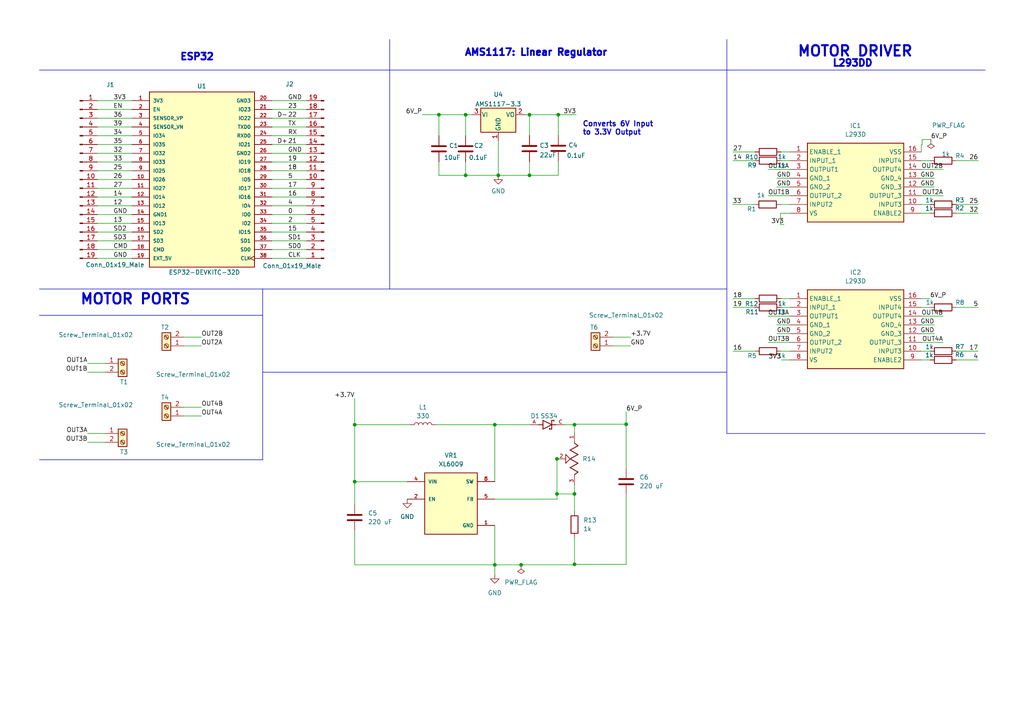
<source format=kicad_sch>
(kicad_sch (version 20230121) (generator eeschema)

  (uuid 9522d643-f33f-4b16-9b94-5978e71e37ee)

  (paper "A4")

  (lib_symbols
    (symbol "Connector:Conn_01x19_Male" (pin_names (offset 1.016) hide) (in_bom yes) (on_board yes)
      (property "Reference" "J" (at 0 25.4 0)
        (effects (font (size 1.27 1.27)))
      )
      (property "Value" "Conn_01x19_Male" (at 0 -25.4 0)
        (effects (font (size 1.27 1.27)))
      )
      (property "Footprint" "" (at 0 0 0)
        (effects (font (size 1.27 1.27)) hide)
      )
      (property "Datasheet" "~" (at 0 0 0)
        (effects (font (size 1.27 1.27)) hide)
      )
      (property "ki_keywords" "connector" (at 0 0 0)
        (effects (font (size 1.27 1.27)) hide)
      )
      (property "ki_description" "Generic connector, single row, 01x19, script generated (kicad-library-utils/schlib/autogen/connector/)" (at 0 0 0)
        (effects (font (size 1.27 1.27)) hide)
      )
      (property "ki_fp_filters" "Connector*:*_1x??_*" (at 0 0 0)
        (effects (font (size 1.27 1.27)) hide)
      )
      (symbol "Conn_01x19_Male_1_1"
        (polyline
          (pts
            (xy 1.27 -22.86)
            (xy 0.8636 -22.86)
          )
          (stroke (width 0.1524) (type default))
          (fill (type none))
        )
        (polyline
          (pts
            (xy 1.27 -20.32)
            (xy 0.8636 -20.32)
          )
          (stroke (width 0.1524) (type default))
          (fill (type none))
        )
        (polyline
          (pts
            (xy 1.27 -17.78)
            (xy 0.8636 -17.78)
          )
          (stroke (width 0.1524) (type default))
          (fill (type none))
        )
        (polyline
          (pts
            (xy 1.27 -15.24)
            (xy 0.8636 -15.24)
          )
          (stroke (width 0.1524) (type default))
          (fill (type none))
        )
        (polyline
          (pts
            (xy 1.27 -12.7)
            (xy 0.8636 -12.7)
          )
          (stroke (width 0.1524) (type default))
          (fill (type none))
        )
        (polyline
          (pts
            (xy 1.27 -10.16)
            (xy 0.8636 -10.16)
          )
          (stroke (width 0.1524) (type default))
          (fill (type none))
        )
        (polyline
          (pts
            (xy 1.27 -7.62)
            (xy 0.8636 -7.62)
          )
          (stroke (width 0.1524) (type default))
          (fill (type none))
        )
        (polyline
          (pts
            (xy 1.27 -5.08)
            (xy 0.8636 -5.08)
          )
          (stroke (width 0.1524) (type default))
          (fill (type none))
        )
        (polyline
          (pts
            (xy 1.27 -2.54)
            (xy 0.8636 -2.54)
          )
          (stroke (width 0.1524) (type default))
          (fill (type none))
        )
        (polyline
          (pts
            (xy 1.27 0)
            (xy 0.8636 0)
          )
          (stroke (width 0.1524) (type default))
          (fill (type none))
        )
        (polyline
          (pts
            (xy 1.27 2.54)
            (xy 0.8636 2.54)
          )
          (stroke (width 0.1524) (type default))
          (fill (type none))
        )
        (polyline
          (pts
            (xy 1.27 5.08)
            (xy 0.8636 5.08)
          )
          (stroke (width 0.1524) (type default))
          (fill (type none))
        )
        (polyline
          (pts
            (xy 1.27 7.62)
            (xy 0.8636 7.62)
          )
          (stroke (width 0.1524) (type default))
          (fill (type none))
        )
        (polyline
          (pts
            (xy 1.27 10.16)
            (xy 0.8636 10.16)
          )
          (stroke (width 0.1524) (type default))
          (fill (type none))
        )
        (polyline
          (pts
            (xy 1.27 12.7)
            (xy 0.8636 12.7)
          )
          (stroke (width 0.1524) (type default))
          (fill (type none))
        )
        (polyline
          (pts
            (xy 1.27 15.24)
            (xy 0.8636 15.24)
          )
          (stroke (width 0.1524) (type default))
          (fill (type none))
        )
        (polyline
          (pts
            (xy 1.27 17.78)
            (xy 0.8636 17.78)
          )
          (stroke (width 0.1524) (type default))
          (fill (type none))
        )
        (polyline
          (pts
            (xy 1.27 20.32)
            (xy 0.8636 20.32)
          )
          (stroke (width 0.1524) (type default))
          (fill (type none))
        )
        (polyline
          (pts
            (xy 1.27 22.86)
            (xy 0.8636 22.86)
          )
          (stroke (width 0.1524) (type default))
          (fill (type none))
        )
        (rectangle (start 0.8636 -22.733) (end 0 -22.987)
          (stroke (width 0.1524) (type default))
          (fill (type outline))
        )
        (rectangle (start 0.8636 -20.193) (end 0 -20.447)
          (stroke (width 0.1524) (type default))
          (fill (type outline))
        )
        (rectangle (start 0.8636 -17.653) (end 0 -17.907)
          (stroke (width 0.1524) (type default))
          (fill (type outline))
        )
        (rectangle (start 0.8636 -15.113) (end 0 -15.367)
          (stroke (width 0.1524) (type default))
          (fill (type outline))
        )
        (rectangle (start 0.8636 -12.573) (end 0 -12.827)
          (stroke (width 0.1524) (type default))
          (fill (type outline))
        )
        (rectangle (start 0.8636 -10.033) (end 0 -10.287)
          (stroke (width 0.1524) (type default))
          (fill (type outline))
        )
        (rectangle (start 0.8636 -7.493) (end 0 -7.747)
          (stroke (width 0.1524) (type default))
          (fill (type outline))
        )
        (rectangle (start 0.8636 -4.953) (end 0 -5.207)
          (stroke (width 0.1524) (type default))
          (fill (type outline))
        )
        (rectangle (start 0.8636 -2.413) (end 0 -2.667)
          (stroke (width 0.1524) (type default))
          (fill (type outline))
        )
        (rectangle (start 0.8636 0.127) (end 0 -0.127)
          (stroke (width 0.1524) (type default))
          (fill (type outline))
        )
        (rectangle (start 0.8636 2.667) (end 0 2.413)
          (stroke (width 0.1524) (type default))
          (fill (type outline))
        )
        (rectangle (start 0.8636 5.207) (end 0 4.953)
          (stroke (width 0.1524) (type default))
          (fill (type outline))
        )
        (rectangle (start 0.8636 7.747) (end 0 7.493)
          (stroke (width 0.1524) (type default))
          (fill (type outline))
        )
        (rectangle (start 0.8636 10.287) (end 0 10.033)
          (stroke (width 0.1524) (type default))
          (fill (type outline))
        )
        (rectangle (start 0.8636 12.827) (end 0 12.573)
          (stroke (width 0.1524) (type default))
          (fill (type outline))
        )
        (rectangle (start 0.8636 15.367) (end 0 15.113)
          (stroke (width 0.1524) (type default))
          (fill (type outline))
        )
        (rectangle (start 0.8636 17.907) (end 0 17.653)
          (stroke (width 0.1524) (type default))
          (fill (type outline))
        )
        (rectangle (start 0.8636 20.447) (end 0 20.193)
          (stroke (width 0.1524) (type default))
          (fill (type outline))
        )
        (rectangle (start 0.8636 22.987) (end 0 22.733)
          (stroke (width 0.1524) (type default))
          (fill (type outline))
        )
        (pin passive line (at 5.08 22.86 180) (length 3.81)
          (name "Pin_1" (effects (font (size 1.27 1.27))))
          (number "1" (effects (font (size 1.27 1.27))))
        )
        (pin passive line (at 5.08 0 180) (length 3.81)
          (name "Pin_10" (effects (font (size 1.27 1.27))))
          (number "10" (effects (font (size 1.27 1.27))))
        )
        (pin passive line (at 5.08 -2.54 180) (length 3.81)
          (name "Pin_11" (effects (font (size 1.27 1.27))))
          (number "11" (effects (font (size 1.27 1.27))))
        )
        (pin passive line (at 5.08 -5.08 180) (length 3.81)
          (name "Pin_12" (effects (font (size 1.27 1.27))))
          (number "12" (effects (font (size 1.27 1.27))))
        )
        (pin passive line (at 5.08 -7.62 180) (length 3.81)
          (name "Pin_13" (effects (font (size 1.27 1.27))))
          (number "13" (effects (font (size 1.27 1.27))))
        )
        (pin passive line (at 5.08 -10.16 180) (length 3.81)
          (name "Pin_14" (effects (font (size 1.27 1.27))))
          (number "14" (effects (font (size 1.27 1.27))))
        )
        (pin passive line (at 5.08 -12.7 180) (length 3.81)
          (name "Pin_15" (effects (font (size 1.27 1.27))))
          (number "15" (effects (font (size 1.27 1.27))))
        )
        (pin passive line (at 5.08 -15.24 180) (length 3.81)
          (name "Pin_16" (effects (font (size 1.27 1.27))))
          (number "16" (effects (font (size 1.27 1.27))))
        )
        (pin passive line (at 5.08 -17.78 180) (length 3.81)
          (name "Pin_17" (effects (font (size 1.27 1.27))))
          (number "17" (effects (font (size 1.27 1.27))))
        )
        (pin passive line (at 5.08 -20.32 180) (length 3.81)
          (name "Pin_18" (effects (font (size 1.27 1.27))))
          (number "18" (effects (font (size 1.27 1.27))))
        )
        (pin passive line (at 5.08 -22.86 180) (length 3.81)
          (name "Pin_19" (effects (font (size 1.27 1.27))))
          (number "19" (effects (font (size 1.27 1.27))))
        )
        (pin passive line (at 5.08 20.32 180) (length 3.81)
          (name "Pin_2" (effects (font (size 1.27 1.27))))
          (number "2" (effects (font (size 1.27 1.27))))
        )
        (pin passive line (at 5.08 17.78 180) (length 3.81)
          (name "Pin_3" (effects (font (size 1.27 1.27))))
          (number "3" (effects (font (size 1.27 1.27))))
        )
        (pin passive line (at 5.08 15.24 180) (length 3.81)
          (name "Pin_4" (effects (font (size 1.27 1.27))))
          (number "4" (effects (font (size 1.27 1.27))))
        )
        (pin passive line (at 5.08 12.7 180) (length 3.81)
          (name "Pin_5" (effects (font (size 1.27 1.27))))
          (number "5" (effects (font (size 1.27 1.27))))
        )
        (pin passive line (at 5.08 10.16 180) (length 3.81)
          (name "Pin_6" (effects (font (size 1.27 1.27))))
          (number "6" (effects (font (size 1.27 1.27))))
        )
        (pin passive line (at 5.08 7.62 180) (length 3.81)
          (name "Pin_7" (effects (font (size 1.27 1.27))))
          (number "7" (effects (font (size 1.27 1.27))))
        )
        (pin passive line (at 5.08 5.08 180) (length 3.81)
          (name "Pin_8" (effects (font (size 1.27 1.27))))
          (number "8" (effects (font (size 1.27 1.27))))
        )
        (pin passive line (at 5.08 2.54 180) (length 3.81)
          (name "Pin_9" (effects (font (size 1.27 1.27))))
          (number "9" (effects (font (size 1.27 1.27))))
        )
      )
    )
    (symbol "Connector:Screw_Terminal_01x02" (pin_names (offset 1.016) hide) (in_bom yes) (on_board yes)
      (property "Reference" "J" (at 0 2.54 0)
        (effects (font (size 1.27 1.27)))
      )
      (property "Value" "Screw_Terminal_01x02" (at 0 -5.08 0)
        (effects (font (size 1.27 1.27)))
      )
      (property "Footprint" "" (at 0 0 0)
        (effects (font (size 1.27 1.27)) hide)
      )
      (property "Datasheet" "~" (at 0 0 0)
        (effects (font (size 1.27 1.27)) hide)
      )
      (property "ki_keywords" "screw terminal" (at 0 0 0)
        (effects (font (size 1.27 1.27)) hide)
      )
      (property "ki_description" "Generic screw terminal, single row, 01x02, script generated (kicad-library-utils/schlib/autogen/connector/)" (at 0 0 0)
        (effects (font (size 1.27 1.27)) hide)
      )
      (property "ki_fp_filters" "TerminalBlock*:*" (at 0 0 0)
        (effects (font (size 1.27 1.27)) hide)
      )
      (symbol "Screw_Terminal_01x02_1_1"
        (rectangle (start -1.27 1.27) (end 1.27 -3.81)
          (stroke (width 0.254) (type default))
          (fill (type background))
        )
        (circle (center 0 -2.54) (radius 0.635)
          (stroke (width 0.1524) (type default))
          (fill (type none))
        )
        (polyline
          (pts
            (xy -0.5334 -2.2098)
            (xy 0.3302 -3.048)
          )
          (stroke (width 0.1524) (type default))
          (fill (type none))
        )
        (polyline
          (pts
            (xy -0.5334 0.3302)
            (xy 0.3302 -0.508)
          )
          (stroke (width 0.1524) (type default))
          (fill (type none))
        )
        (polyline
          (pts
            (xy -0.3556 -2.032)
            (xy 0.508 -2.8702)
          )
          (stroke (width 0.1524) (type default))
          (fill (type none))
        )
        (polyline
          (pts
            (xy -0.3556 0.508)
            (xy 0.508 -0.3302)
          )
          (stroke (width 0.1524) (type default))
          (fill (type none))
        )
        (circle (center 0 0) (radius 0.635)
          (stroke (width 0.1524) (type default))
          (fill (type none))
        )
        (pin passive line (at -5.08 0 0) (length 3.81)
          (name "Pin_1" (effects (font (size 1.27 1.27))))
          (number "1" (effects (font (size 1.27 1.27))))
        )
        (pin passive line (at -5.08 -2.54 0) (length 3.81)
          (name "Pin_2" (effects (font (size 1.27 1.27))))
          (number "2" (effects (font (size 1.27 1.27))))
        )
      )
    )
    (symbol "Device:3352T-1-504LF" (pin_names (offset 1.016)) (in_bom yes) (on_board yes)
      (property "Reference" "R" (at -5.08 5.08 0)
        (effects (font (size 1.27 1.27)) (justify left bottom))
      )
      (property "Value" "3352T-1-504LF" (at -5.08 2.54 0)
        (effects (font (size 1.27 1.27)) (justify left bottom))
      )
      (property "Footprint" "3352T-1-504LF:TRIM_3352T-1-504LF" (at 0 0 0)
        (effects (font (size 1.27 1.27)) (justify bottom) hide)
      )
      (property "Datasheet" "" (at 0 0 0)
        (effects (font (size 1.27 1.27)) hide)
      )
      (property "MF" "Bourns" (at 0 0 0)
        (effects (font (size 1.27 1.27)) (justify bottom) hide)
      )
      (property "MAXIMUM_PACKAGE_HEIGHT" "4.32mm" (at 0 0 0)
        (effects (font (size 1.27 1.27)) (justify bottom) hide)
      )
      (property "Package" "3352T-3 Bourns" (at 0 0 0)
        (effects (font (size 1.27 1.27)) (justify bottom) hide)
      )
      (property "Price" "None" (at 0 0 0)
        (effects (font (size 1.27 1.27)) (justify bottom) hide)
      )
      (property "Check_prices" "https://www.snapeda.com/parts/3352T-1-504LF/Bourns/view-part/?ref=eda" (at 0 0 0)
        (effects (font (size 1.27 1.27)) (justify bottom) hide)
      )
      (property "STANDARD" "IPC 2221B" (at 0 0 0)
        (effects (font (size 1.27 1.27)) (justify bottom) hide)
      )
      (property "PARTREV" "08/19" (at 0 0 0)
        (effects (font (size 1.27 1.27)) (justify bottom) hide)
      )
      (property "SnapEDA_Link" "https://www.snapeda.com/parts/3352T-1-504LF/Bourns/view-part/?ref=snap" (at 0 0 0)
        (effects (font (size 1.27 1.27)) (justify bottom) hide)
      )
      (property "MP" "3352T-1-504LF" (at 0 0 0)
        (effects (font (size 1.27 1.27)) (justify bottom) hide)
      )
      (property "Purchase-URL" "https://www.snapeda.com/api/url_track_click_mouser/?unipart_id=513033&manufacturer=Bourns&part_name=3352T-1-504LF&search_term=6mm 10k trim pot variable resistance" (at 0 0 0)
        (effects (font (size 1.27 1.27)) (justify bottom) hide)
      )
      (property "Description" "\nPOT, TRIM, 500KOHM, 1TURN, 20%, THD; Track Resistance:500kohm; Resistance Tolerance:± 20%; Series:3352T; Temperature Coefficient:± 100 ppm/°C; Power Rating:500mW; Adjustment Type:Top; Leaded Process Compatible:Yes ;RoHS Compliant: Yes\n" (at 0 0 0)
        (effects (font (size 1.27 1.27)) (justify bottom) hide)
      )
      (property "Availability" "In Stock" (at 0 0 0)
        (effects (font (size 1.27 1.27)) (justify bottom) hide)
      )
      (property "MANUFACTURER" "Bourns" (at 0 0 0)
        (effects (font (size 1.27 1.27)) (justify bottom) hide)
      )
      (symbol "3352T-1-504LF_0_0"
        (polyline
          (pts
            (xy -5.08 0)
            (xy -4.572 0)
          )
          (stroke (width 0.1524) (type default))
          (fill (type none))
        )
        (polyline
          (pts
            (xy -4.572 0)
            (xy -3.81 1.016)
          )
          (stroke (width 0.254) (type default))
          (fill (type none))
        )
        (polyline
          (pts
            (xy -3.81 1.016)
            (xy -2.54 -1.27)
          )
          (stroke (width 0.254) (type default))
          (fill (type none))
        )
        (polyline
          (pts
            (xy -2.54 -1.27)
            (xy -1.27 1.016)
          )
          (stroke (width 0.254) (type default))
          (fill (type none))
        )
        (polyline
          (pts
            (xy -1.27 -2.54)
            (xy 0 -1.27)
          )
          (stroke (width 0.2032) (type default))
          (fill (type none))
        )
        (polyline
          (pts
            (xy -1.27 1.016)
            (xy 0 -1.27)
          )
          (stroke (width 0.254) (type default))
          (fill (type none))
        )
        (polyline
          (pts
            (xy 0 -1.27)
            (xy 1.27 -2.54)
          )
          (stroke (width 0.2032) (type default))
          (fill (type none))
        )
        (polyline
          (pts
            (xy 0 -1.27)
            (xy 1.27 1.016)
          )
          (stroke (width 0.254) (type default))
          (fill (type none))
        )
        (polyline
          (pts
            (xy 1.27 -2.54)
            (xy -1.27 -2.54)
          )
          (stroke (width 0.2032) (type default))
          (fill (type none))
        )
        (polyline
          (pts
            (xy 1.27 1.016)
            (xy 2.54 -1.27)
          )
          (stroke (width 0.254) (type default))
          (fill (type none))
        )
        (polyline
          (pts
            (xy 2.54 -1.27)
            (xy 3.81 1.016)
          )
          (stroke (width 0.254) (type default))
          (fill (type none))
        )
        (polyline
          (pts
            (xy 3.81 1.016)
            (xy 4.572 0)
          )
          (stroke (width 0.254) (type default))
          (fill (type none))
        )
        (polyline
          (pts
            (xy 4.572 0)
            (xy 5.08 0)
          )
          (stroke (width 0.1524) (type default))
          (fill (type none))
        )
        (pin passive line (at -7.62 0 0) (length 2.54)
          (name "~" (effects (font (size 1.016 1.016))))
          (number "1" (effects (font (size 1.016 1.016))))
        )
        (pin passive line (at 0 -5.08 90) (length 2.54)
          (name "~" (effects (font (size 1.016 1.016))))
          (number "2" (effects (font (size 1.016 1.016))))
        )
        (pin passive line (at 7.62 0 180) (length 2.54)
          (name "~" (effects (font (size 1.016 1.016))))
          (number "3" (effects (font (size 1.016 1.016))))
        )
      )
    )
    (symbol "Device:C" (pin_numbers hide) (pin_names (offset 0.254)) (in_bom yes) (on_board yes)
      (property "Reference" "C" (at 0.635 2.54 0)
        (effects (font (size 1.27 1.27)) (justify left))
      )
      (property "Value" "C" (at 0.635 -2.54 0)
        (effects (font (size 1.27 1.27)) (justify left))
      )
      (property "Footprint" "" (at 0.9652 -3.81 0)
        (effects (font (size 1.27 1.27)) hide)
      )
      (property "Datasheet" "~" (at 0 0 0)
        (effects (font (size 1.27 1.27)) hide)
      )
      (property "ki_keywords" "cap capacitor" (at 0 0 0)
        (effects (font (size 1.27 1.27)) hide)
      )
      (property "ki_description" "Unpolarized capacitor" (at 0 0 0)
        (effects (font (size 1.27 1.27)) hide)
      )
      (property "ki_fp_filters" "C_*" (at 0 0 0)
        (effects (font (size 1.27 1.27)) hide)
      )
      (symbol "C_0_1"
        (polyline
          (pts
            (xy -2.032 -0.762)
            (xy 2.032 -0.762)
          )
          (stroke (width 0.508) (type default))
          (fill (type none))
        )
        (polyline
          (pts
            (xy -2.032 0.762)
            (xy 2.032 0.762)
          )
          (stroke (width 0.508) (type default))
          (fill (type none))
        )
      )
      (symbol "C_1_1"
        (pin passive line (at 0 3.81 270) (length 2.794)
          (name "~" (effects (font (size 1.27 1.27))))
          (number "1" (effects (font (size 1.27 1.27))))
        )
        (pin passive line (at 0 -3.81 90) (length 2.794)
          (name "~" (effects (font (size 1.27 1.27))))
          (number "2" (effects (font (size 1.27 1.27))))
        )
      )
    )
    (symbol "Device:L" (pin_numbers hide) (pin_names (offset 1.016) hide) (in_bom yes) (on_board yes)
      (property "Reference" "L" (at -1.27 0 90)
        (effects (font (size 1.27 1.27)))
      )
      (property "Value" "L" (at 1.905 0 90)
        (effects (font (size 1.27 1.27)))
      )
      (property "Footprint" "" (at 0 0 0)
        (effects (font (size 1.27 1.27)) hide)
      )
      (property "Datasheet" "~" (at 0 0 0)
        (effects (font (size 1.27 1.27)) hide)
      )
      (property "ki_keywords" "inductor choke coil reactor magnetic" (at 0 0 0)
        (effects (font (size 1.27 1.27)) hide)
      )
      (property "ki_description" "Inductor" (at 0 0 0)
        (effects (font (size 1.27 1.27)) hide)
      )
      (property "ki_fp_filters" "Choke_* *Coil* Inductor_* L_*" (at 0 0 0)
        (effects (font (size 1.27 1.27)) hide)
      )
      (symbol "L_0_1"
        (arc (start 0 -2.54) (mid 0.6323 -1.905) (end 0 -1.27)
          (stroke (width 0) (type default))
          (fill (type none))
        )
        (arc (start 0 -1.27) (mid 0.6323 -0.635) (end 0 0)
          (stroke (width 0) (type default))
          (fill (type none))
        )
        (arc (start 0 0) (mid 0.6323 0.635) (end 0 1.27)
          (stroke (width 0) (type default))
          (fill (type none))
        )
        (arc (start 0 1.27) (mid 0.6323 1.905) (end 0 2.54)
          (stroke (width 0) (type default))
          (fill (type none))
        )
      )
      (symbol "L_1_1"
        (pin passive line (at 0 3.81 270) (length 1.27)
          (name "1" (effects (font (size 1.27 1.27))))
          (number "1" (effects (font (size 1.27 1.27))))
        )
        (pin passive line (at 0 -3.81 90) (length 1.27)
          (name "2" (effects (font (size 1.27 1.27))))
          (number "2" (effects (font (size 1.27 1.27))))
        )
      )
    )
    (symbol "Device:R" (pin_numbers hide) (pin_names (offset 0)) (in_bom yes) (on_board yes)
      (property "Reference" "R" (at 2.032 0 90)
        (effects (font (size 1.27 1.27)))
      )
      (property "Value" "R" (at 0 0 90)
        (effects (font (size 1.27 1.27)))
      )
      (property "Footprint" "" (at -1.778 0 90)
        (effects (font (size 1.27 1.27)) hide)
      )
      (property "Datasheet" "~" (at 0 0 0)
        (effects (font (size 1.27 1.27)) hide)
      )
      (property "ki_keywords" "R res resistor" (at 0 0 0)
        (effects (font (size 1.27 1.27)) hide)
      )
      (property "ki_description" "Resistor" (at 0 0 0)
        (effects (font (size 1.27 1.27)) hide)
      )
      (property "ki_fp_filters" "R_*" (at 0 0 0)
        (effects (font (size 1.27 1.27)) hide)
      )
      (symbol "R_0_1"
        (rectangle (start -1.016 -2.54) (end 1.016 2.54)
          (stroke (width 0.254) (type default))
          (fill (type none))
        )
      )
      (symbol "R_1_1"
        (pin passive line (at 0 3.81 270) (length 1.27)
          (name "~" (effects (font (size 1.27 1.27))))
          (number "1" (effects (font (size 1.27 1.27))))
        )
        (pin passive line (at 0 -3.81 90) (length 1.27)
          (name "~" (effects (font (size 1.27 1.27))))
          (number "2" (effects (font (size 1.27 1.27))))
        )
      )
    )
    (symbol "Diode:SS34" (pin_names (offset 1.016)) (in_bom yes) (on_board yes)
      (property "Reference" "D" (at -5.08 2.54 0)
        (effects (font (size 1.27 1.27)) (justify left bottom))
      )
      (property "Value" "SS34" (at -5.08 -3.81 0)
        (effects (font (size 1.27 1.27)) (justify left bottom))
      )
      (property "Footprint" "SS34:DIOM7959X265N" (at 0 0 0)
        (effects (font (size 1.27 1.27)) (justify bottom) hide)
      )
      (property "Datasheet" "" (at 0 0 0)
        (effects (font (size 1.27 1.27)) hide)
      )
      (property "MF" "onsemi" (at 0 0 0)
        (effects (font (size 1.27 1.27)) (justify bottom) hide)
      )
      (property "SNAPEDA_PACKAGE_ID" "36301" (at 0 0 0)
        (effects (font (size 1.27 1.27)) (justify bottom) hide)
      )
      (property "Package" "None" (at 0 0 0)
        (effects (font (size 1.27 1.27)) (justify bottom) hide)
      )
      (property "Price" "None" (at 0 0 0)
        (effects (font (size 1.27 1.27)) (justify bottom) hide)
      )
      (property "Check_prices" "https://www.snapeda.com/parts/SS34/Onsemi/view-part/?ref=eda" (at 0 0 0)
        (effects (font (size 1.27 1.27)) (justify bottom) hide)
      )
      (property "STANDARD" "IPC-7351B" (at 0 0 0)
        (effects (font (size 1.27 1.27)) (justify bottom) hide)
      )
      (property "PARTREV" "31 Aug 2016" (at 0 0 0)
        (effects (font (size 1.27 1.27)) (justify bottom) hide)
      )
      (property "SnapEDA_Link" "https://www.snapeda.com/parts/SS34/Onsemi/view-part/?ref=snap" (at 0 0 0)
        (effects (font (size 1.27 1.27)) (justify bottom) hide)
      )
      (property "MP" "SS34" (at 0 0 0)
        (effects (font (size 1.27 1.27)) (justify bottom) hide)
      )
      (property "Description" "\nDiode Schottky 40 V 3A Surface Mount SMC (DO-214AB)\n" (at 0 0 0)
        (effects (font (size 1.27 1.27)) (justify bottom) hide)
      )
      (property "MANUFACTURER" "On Semiconductor" (at 0 0 0)
        (effects (font (size 1.27 1.27)) (justify bottom) hide)
      )
      (property "Availability" "In Stock" (at 0 0 0)
        (effects (font (size 1.27 1.27)) (justify bottom) hide)
      )
      (property "MAXIMUM_PACKAGE_HEIGHT" "2.65mm" (at 0 0 0)
        (effects (font (size 1.27 1.27)) (justify bottom) hide)
      )
      (symbol "SS34_0_0"
        (polyline
          (pts
            (xy -2.54 0)
            (xy -1.27 0)
          )
          (stroke (width 0.254) (type default))
          (fill (type none))
        )
        (polyline
          (pts
            (xy -1.27 -1.27)
            (xy 1.27 0)
          )
          (stroke (width 0.254) (type default))
          (fill (type none))
        )
        (polyline
          (pts
            (xy -1.27 0)
            (xy -1.27 -1.27)
          )
          (stroke (width 0.254) (type default))
          (fill (type none))
        )
        (polyline
          (pts
            (xy -1.27 1.27)
            (xy -1.27 0)
          )
          (stroke (width 0.254) (type default))
          (fill (type none))
        )
        (polyline
          (pts
            (xy 0.635 -1.016)
            (xy 0.635 -1.27)
          )
          (stroke (width 0.254) (type default))
          (fill (type none))
        )
        (polyline
          (pts
            (xy 1.27 -1.27)
            (xy 0.635 -1.27)
          )
          (stroke (width 0.254) (type default))
          (fill (type none))
        )
        (polyline
          (pts
            (xy 1.27 0)
            (xy -1.27 1.27)
          )
          (stroke (width 0.254) (type default))
          (fill (type none))
        )
        (polyline
          (pts
            (xy 1.27 0)
            (xy 1.27 -1.27)
          )
          (stroke (width 0.254) (type default))
          (fill (type none))
        )
        (polyline
          (pts
            (xy 1.27 1.27)
            (xy 1.27 0)
          )
          (stroke (width 0.254) (type default))
          (fill (type none))
        )
        (polyline
          (pts
            (xy 1.905 1.27)
            (xy 1.27 1.27)
          )
          (stroke (width 0.254) (type default))
          (fill (type none))
        )
        (polyline
          (pts
            (xy 1.905 1.27)
            (xy 1.905 1.016)
          )
          (stroke (width 0.254) (type default))
          (fill (type none))
        )
        (polyline
          (pts
            (xy 2.54 0)
            (xy 1.27 0)
          )
          (stroke (width 0.254) (type default))
          (fill (type none))
        )
        (pin passive line (at -5.08 0 0) (length 2.54)
          (name "~" (effects (font (size 1.016 1.016))))
          (number "A" (effects (font (size 1.016 1.016))))
        )
        (pin passive line (at 5.08 0 180) (length 2.54)
          (name "~" (effects (font (size 1.016 1.016))))
          (number "C" (effects (font (size 1.016 1.016))))
        )
      )
    )
    (symbol "ESP32-DEVKITCv4-32D:ESP32-DEVKITC-32D" (pin_names (offset 1.016)) (in_bom yes) (on_board yes)
      (property "Reference" "U" (at -15.2654 26.0604 0)
        (effects (font (size 1.27 1.27)) (justify left bottom))
      )
      (property "Value" "ESP32-DEVKITC-32D" (at -15.2654 -27.9654 0)
        (effects (font (size 1.27 1.27)) (justify left bottom))
      )
      (property "Footprint" "MODULE_ESP32-DEVKITC-32D" (at 0 0 0)
        (effects (font (size 1.27 1.27)) (justify left bottom) hide)
      )
      (property "Datasheet" "" (at 0 0 0)
        (effects (font (size 1.27 1.27)) (justify left bottom) hide)
      )
      (property "PARTREV" "4" (at 0 0 0)
        (effects (font (size 1.27 1.27)) (justify left bottom) hide)
      )
      (property "MANUFACTURER" "Espressif Systems" (at 0 0 0)
        (effects (font (size 1.27 1.27)) (justify left bottom) hide)
      )
      (property "ki_locked" "" (at 0 0 0)
        (effects (font (size 1.27 1.27)))
      )
      (symbol "ESP32-DEVKITC-32D_0_0"
        (rectangle (start -15.24 -25.4) (end 15.24 25.4)
          (stroke (width 0.254) (type default))
          (fill (type background))
        )
        (pin power_in line (at -20.32 22.86 0) (length 5.08)
          (name "3V3" (effects (font (size 1.016 1.016))))
          (number "1" (effects (font (size 1.016 1.016))))
        )
        (pin bidirectional line (at -20.32 0 0) (length 5.08)
          (name "IO26" (effects (font (size 1.016 1.016))))
          (number "10" (effects (font (size 1.016 1.016))))
        )
        (pin bidirectional line (at -20.32 -2.54 0) (length 5.08)
          (name "IO27" (effects (font (size 1.016 1.016))))
          (number "11" (effects (font (size 1.016 1.016))))
        )
        (pin bidirectional line (at -20.32 -5.08 0) (length 5.08)
          (name "IO14" (effects (font (size 1.016 1.016))))
          (number "12" (effects (font (size 1.016 1.016))))
        )
        (pin bidirectional line (at -20.32 -7.62 0) (length 5.08)
          (name "IO12" (effects (font (size 1.016 1.016))))
          (number "13" (effects (font (size 1.016 1.016))))
        )
        (pin power_in line (at -20.32 -10.16 0) (length 5.08)
          (name "GND1" (effects (font (size 1.016 1.016))))
          (number "14" (effects (font (size 1.016 1.016))))
        )
        (pin bidirectional line (at -20.32 -12.7 0) (length 5.08)
          (name "IO13" (effects (font (size 1.016 1.016))))
          (number "15" (effects (font (size 1.016 1.016))))
        )
        (pin bidirectional line (at -20.32 -15.24 0) (length 5.08)
          (name "SD2" (effects (font (size 1.016 1.016))))
          (number "16" (effects (font (size 1.016 1.016))))
        )
        (pin bidirectional line (at -20.32 -17.78 0) (length 5.08)
          (name "SD3" (effects (font (size 1.016 1.016))))
          (number "17" (effects (font (size 1.016 1.016))))
        )
        (pin bidirectional line (at -20.32 -20.32 0) (length 5.08)
          (name "CMD" (effects (font (size 1.016 1.016))))
          (number "18" (effects (font (size 1.016 1.016))))
        )
        (pin power_in line (at -20.32 -22.86 0) (length 5.08)
          (name "EXT_5V" (effects (font (size 1.016 1.016))))
          (number "19" (effects (font (size 1.016 1.016))))
        )
        (pin input line (at -20.32 20.32 0) (length 5.08)
          (name "EN" (effects (font (size 1.016 1.016))))
          (number "2" (effects (font (size 1.016 1.016))))
        )
        (pin power_in line (at 20.32 22.86 180) (length 5.08)
          (name "GND3" (effects (font (size 1.016 1.016))))
          (number "20" (effects (font (size 1.016 1.016))))
        )
        (pin bidirectional line (at 20.32 20.32 180) (length 5.08)
          (name "IO23" (effects (font (size 1.016 1.016))))
          (number "21" (effects (font (size 1.016 1.016))))
        )
        (pin bidirectional line (at 20.32 17.78 180) (length 5.08)
          (name "IO22" (effects (font (size 1.016 1.016))))
          (number "22" (effects (font (size 1.016 1.016))))
        )
        (pin output line (at 20.32 15.24 180) (length 5.08)
          (name "TXD0" (effects (font (size 1.016 1.016))))
          (number "23" (effects (font (size 1.016 1.016))))
        )
        (pin input line (at 20.32 12.7 180) (length 5.08)
          (name "RXD0" (effects (font (size 1.016 1.016))))
          (number "24" (effects (font (size 1.016 1.016))))
        )
        (pin bidirectional line (at 20.32 10.16 180) (length 5.08)
          (name "IO21" (effects (font (size 1.016 1.016))))
          (number "25" (effects (font (size 1.016 1.016))))
        )
        (pin power_in line (at 20.32 7.62 180) (length 5.08)
          (name "GND2" (effects (font (size 1.016 1.016))))
          (number "26" (effects (font (size 1.016 1.016))))
        )
        (pin bidirectional line (at 20.32 5.08 180) (length 5.08)
          (name "IO19" (effects (font (size 1.016 1.016))))
          (number "27" (effects (font (size 1.016 1.016))))
        )
        (pin bidirectional line (at 20.32 2.54 180) (length 5.08)
          (name "IO18" (effects (font (size 1.016 1.016))))
          (number "28" (effects (font (size 1.016 1.016))))
        )
        (pin bidirectional line (at 20.32 0 180) (length 5.08)
          (name "IO5" (effects (font (size 1.016 1.016))))
          (number "29" (effects (font (size 1.016 1.016))))
        )
        (pin input line (at -20.32 17.78 0) (length 5.08)
          (name "SENSOR_VP" (effects (font (size 1.016 1.016))))
          (number "3" (effects (font (size 1.016 1.016))))
        )
        (pin bidirectional line (at 20.32 -2.54 180) (length 5.08)
          (name "IO17" (effects (font (size 1.016 1.016))))
          (number "30" (effects (font (size 1.016 1.016))))
        )
        (pin bidirectional line (at 20.32 -5.08 180) (length 5.08)
          (name "IO16" (effects (font (size 1.016 1.016))))
          (number "31" (effects (font (size 1.016 1.016))))
        )
        (pin bidirectional line (at 20.32 -7.62 180) (length 5.08)
          (name "IO4" (effects (font (size 1.016 1.016))))
          (number "32" (effects (font (size 1.016 1.016))))
        )
        (pin bidirectional line (at 20.32 -10.16 180) (length 5.08)
          (name "IO0" (effects (font (size 1.016 1.016))))
          (number "33" (effects (font (size 1.016 1.016))))
        )
        (pin bidirectional line (at 20.32 -12.7 180) (length 5.08)
          (name "IO2" (effects (font (size 1.016 1.016))))
          (number "34" (effects (font (size 1.016 1.016))))
        )
        (pin bidirectional line (at 20.32 -15.24 180) (length 5.08)
          (name "IO15" (effects (font (size 1.016 1.016))))
          (number "35" (effects (font (size 1.016 1.016))))
        )
        (pin bidirectional line (at 20.32 -17.78 180) (length 5.08)
          (name "SD1" (effects (font (size 1.016 1.016))))
          (number "36" (effects (font (size 1.016 1.016))))
        )
        (pin bidirectional line (at 20.32 -20.32 180) (length 5.08)
          (name "SD0" (effects (font (size 1.016 1.016))))
          (number "37" (effects (font (size 1.016 1.016))))
        )
        (pin input clock (at 20.32 -22.86 180) (length 5.08)
          (name "CLK" (effects (font (size 1.016 1.016))))
          (number "38" (effects (font (size 1.016 1.016))))
        )
        (pin input line (at -20.32 15.24 0) (length 5.08)
          (name "SENSOR_VN" (effects (font (size 1.016 1.016))))
          (number "4" (effects (font (size 1.016 1.016))))
        )
        (pin bidirectional line (at -20.32 12.7 0) (length 5.08)
          (name "IO34" (effects (font (size 1.016 1.016))))
          (number "5" (effects (font (size 1.016 1.016))))
        )
        (pin bidirectional line (at -20.32 10.16 0) (length 5.08)
          (name "IO35" (effects (font (size 1.016 1.016))))
          (number "6" (effects (font (size 1.016 1.016))))
        )
        (pin bidirectional line (at -20.32 7.62 0) (length 5.08)
          (name "IO32" (effects (font (size 1.016 1.016))))
          (number "7" (effects (font (size 1.016 1.016))))
        )
        (pin bidirectional line (at -20.32 5.08 0) (length 5.08)
          (name "IO33" (effects (font (size 1.016 1.016))))
          (number "8" (effects (font (size 1.016 1.016))))
        )
        (pin bidirectional line (at -20.32 2.54 0) (length 5.08)
          (name "IO25" (effects (font (size 1.016 1.016))))
          (number "9" (effects (font (size 1.016 1.016))))
        )
      )
    )
    (symbol "GND_1" (power) (pin_names (offset 0)) (in_bom yes) (on_board yes)
      (property "Reference" "#PWR" (at 0 -6.35 0)
        (effects (font (size 1.27 1.27)) hide)
      )
      (property "Value" "GND_1" (at 0 -3.81 0)
        (effects (font (size 1.27 1.27)))
      )
      (property "Footprint" "" (at 0 0 0)
        (effects (font (size 1.27 1.27)) hide)
      )
      (property "Datasheet" "" (at 0 0 0)
        (effects (font (size 1.27 1.27)) hide)
      )
      (property "ki_keywords" "global power" (at 0 0 0)
        (effects (font (size 1.27 1.27)) hide)
      )
      (property "ki_description" "Power symbol creates a global label with name \"GND\" , ground" (at 0 0 0)
        (effects (font (size 1.27 1.27)) hide)
      )
      (symbol "GND_1_0_1"
        (polyline
          (pts
            (xy 0 0)
            (xy 0 -1.27)
            (xy 1.27 -1.27)
            (xy 0 -2.54)
            (xy -1.27 -1.27)
            (xy 0 -1.27)
          )
          (stroke (width 0) (type default))
          (fill (type none))
        )
      )
      (symbol "GND_1_1_1"
        (pin power_in line (at 0 0 270) (length 0) hide
          (name "GND" (effects (font (size 1.27 1.27))))
          (number "1" (effects (font (size 1.27 1.27))))
        )
      )
    )
    (symbol "GND_2" (power) (pin_names (offset 0)) (in_bom yes) (on_board yes)
      (property "Reference" "#PWR" (at 0 -6.35 0)
        (effects (font (size 1.27 1.27)) hide)
      )
      (property "Value" "GND_2" (at 0 -3.81 0)
        (effects (font (size 1.27 1.27)))
      )
      (property "Footprint" "" (at 0 0 0)
        (effects (font (size 1.27 1.27)) hide)
      )
      (property "Datasheet" "" (at 0 0 0)
        (effects (font (size 1.27 1.27)) hide)
      )
      (property "ki_keywords" "global power" (at 0 0 0)
        (effects (font (size 1.27 1.27)) hide)
      )
      (property "ki_description" "Power symbol creates a global label with name \"GND\" , ground" (at 0 0 0)
        (effects (font (size 1.27 1.27)) hide)
      )
      (symbol "GND_2_0_1"
        (polyline
          (pts
            (xy 0 0)
            (xy 0 -1.27)
            (xy 1.27 -1.27)
            (xy 0 -2.54)
            (xy -1.27 -1.27)
            (xy 0 -1.27)
          )
          (stroke (width 0) (type default))
          (fill (type none))
        )
      )
      (symbol "GND_2_1_1"
        (pin power_in line (at 0 0 270) (length 0) hide
          (name "GND" (effects (font (size 1.27 1.27))))
          (number "1" (effects (font (size 1.27 1.27))))
        )
      )
    )
    (symbol "L293D:L293D" (in_bom yes) (on_board yes)
      (property "Reference" "IC" (at 34.29 7.62 0)
        (effects (font (size 1.27 1.27)) (justify left top))
      )
      (property "Value" "L293D" (at 34.29 5.08 0)
        (effects (font (size 1.27 1.27)) (justify left top))
      )
      (property "Footprint" "DIP880W50P254L2000H510Q16N" (at 34.29 -94.92 0)
        (effects (font (size 1.27 1.27)) (justify left top) hide)
      )
      (property "Datasheet" "http://www.st.com/web/en/resource/technical/document/datasheet/CD00000059.pdf" (at 34.29 -194.92 0)
        (effects (font (size 1.27 1.27)) (justify left top) hide)
      )
      (property "Height" "5.1" (at 34.29 -394.92 0)
        (effects (font (size 1.27 1.27)) (justify left top) hide)
      )
      (property "Manufacturer_Name" "STMicroelectronics" (at 34.29 -494.92 0)
        (effects (font (size 1.27 1.27)) (justify left top) hide)
      )
      (property "Manufacturer_Part_Number" "L293D" (at 34.29 -594.92 0)
        (effects (font (size 1.27 1.27)) (justify left top) hide)
      )
      (property "Mouser Part Number" "511-L293D" (at 34.29 -694.92 0)
        (effects (font (size 1.27 1.27)) (justify left top) hide)
      )
      (property "Mouser Price/Stock" "https://www.mouser.co.uk/ProductDetail/STMicroelectronics/L293D?qs=gr8Zi5OG3MgMJ1ICDzLQbg%3D%3D" (at 34.29 -794.92 0)
        (effects (font (size 1.27 1.27)) (justify left top) hide)
      )
      (property "Arrow Part Number" "L293D" (at 34.29 -894.92 0)
        (effects (font (size 1.27 1.27)) (justify left top) hide)
      )
      (property "Arrow Price/Stock" "https://www.arrow.com/en/products/l293d/stmicroelectronics?region=nac" (at 34.29 -994.92 0)
        (effects (font (size 1.27 1.27)) (justify left top) hide)
      )
      (property "ki_description" "L293D, Motor Driver, 4.5  36 V, 16-Pin Power PDIP" (at 0 0 0)
        (effects (font (size 1.27 1.27)) hide)
      )
      (symbol "L293D_1_1"
        (rectangle (start 5.08 2.54) (end 33.02 -20.32)
          (stroke (width 0.254) (type default))
          (fill (type background))
        )
        (pin passive line (at 0 0 0) (length 5.08)
          (name "ENABLE_1" (effects (font (size 1.27 1.27))))
          (number "1" (effects (font (size 1.27 1.27))))
        )
        (pin passive line (at 38.1 -15.24 180) (length 5.08)
          (name "INPUT3" (effects (font (size 1.27 1.27))))
          (number "10" (effects (font (size 1.27 1.27))))
        )
        (pin passive line (at 38.1 -12.7 180) (length 5.08)
          (name "OUTPUT_3" (effects (font (size 1.27 1.27))))
          (number "11" (effects (font (size 1.27 1.27))))
        )
        (pin passive line (at 38.1 -10.16 180) (length 5.08)
          (name "GND_3" (effects (font (size 1.27 1.27))))
          (number "12" (effects (font (size 1.27 1.27))))
        )
        (pin passive line (at 38.1 -7.62 180) (length 5.08)
          (name "GND_4" (effects (font (size 1.27 1.27))))
          (number "13" (effects (font (size 1.27 1.27))))
        )
        (pin passive line (at 38.1 -5.08 180) (length 5.08)
          (name "OUTPUT4" (effects (font (size 1.27 1.27))))
          (number "14" (effects (font (size 1.27 1.27))))
        )
        (pin passive line (at 38.1 -2.54 180) (length 5.08)
          (name "INPUT4" (effects (font (size 1.27 1.27))))
          (number "15" (effects (font (size 1.27 1.27))))
        )
        (pin passive line (at 38.1 0 180) (length 5.08)
          (name "VSS" (effects (font (size 1.27 1.27))))
          (number "16" (effects (font (size 1.27 1.27))))
        )
        (pin passive line (at 0 -2.54 0) (length 5.08)
          (name "INPUT_1" (effects (font (size 1.27 1.27))))
          (number "2" (effects (font (size 1.27 1.27))))
        )
        (pin passive line (at 0 -5.08 0) (length 5.08)
          (name "OUTPUT1" (effects (font (size 1.27 1.27))))
          (number "3" (effects (font (size 1.27 1.27))))
        )
        (pin passive line (at 0 -7.62 0) (length 5.08)
          (name "GND_1" (effects (font (size 1.27 1.27))))
          (number "4" (effects (font (size 1.27 1.27))))
        )
        (pin passive line (at 0 -10.16 0) (length 5.08)
          (name "GND_2" (effects (font (size 1.27 1.27))))
          (number "5" (effects (font (size 1.27 1.27))))
        )
        (pin passive line (at 0 -12.7 0) (length 5.08)
          (name "OUTPUT_2" (effects (font (size 1.27 1.27))))
          (number "6" (effects (font (size 1.27 1.27))))
        )
        (pin passive line (at 0 -15.24 0) (length 5.08)
          (name "INPUT2" (effects (font (size 1.27 1.27))))
          (number "7" (effects (font (size 1.27 1.27))))
        )
        (pin passive line (at 0 -17.78 0) (length 5.08)
          (name "VS" (effects (font (size 1.27 1.27))))
          (number "8" (effects (font (size 1.27 1.27))))
        )
        (pin passive line (at 38.1 -17.78 180) (length 5.08)
          (name "ENABLE2" (effects (font (size 1.27 1.27))))
          (number "9" (effects (font (size 1.27 1.27))))
        )
      )
    )
    (symbol "Regulator_Linear:AMS1117-3.3" (pin_names (offset 0.254)) (in_bom yes) (on_board yes)
      (property "Reference" "U" (at -3.81 3.175 0)
        (effects (font (size 1.27 1.27)))
      )
      (property "Value" "AMS1117-3.3" (at 0 3.175 0)
        (effects (font (size 1.27 1.27)) (justify left))
      )
      (property "Footprint" "Package_TO_SOT_SMD:SOT-223-3_TabPin2" (at 0 5.08 0)
        (effects (font (size 1.27 1.27)) hide)
      )
      (property "Datasheet" "http://www.advanced-monolithic.com/pdf/ds1117.pdf" (at 2.54 -6.35 0)
        (effects (font (size 1.27 1.27)) hide)
      )
      (property "ki_keywords" "linear regulator ldo fixed positive" (at 0 0 0)
        (effects (font (size 1.27 1.27)) hide)
      )
      (property "ki_description" "1A Low Dropout regulator, positive, 3.3V fixed output, SOT-223" (at 0 0 0)
        (effects (font (size 1.27 1.27)) hide)
      )
      (property "ki_fp_filters" "SOT?223*TabPin2*" (at 0 0 0)
        (effects (font (size 1.27 1.27)) hide)
      )
      (symbol "AMS1117-3.3_0_1"
        (rectangle (start -5.08 -5.08) (end 5.08 1.905)
          (stroke (width 0.254) (type default))
          (fill (type background))
        )
      )
      (symbol "AMS1117-3.3_1_1"
        (pin power_in line (at 0 -7.62 90) (length 2.54)
          (name "GND" (effects (font (size 1.27 1.27))))
          (number "1" (effects (font (size 1.27 1.27))))
        )
        (pin power_out line (at 7.62 0 180) (length 2.54)
          (name "VO" (effects (font (size 1.27 1.27))))
          (number "2" (effects (font (size 1.27 1.27))))
        )
        (pin power_in line (at -7.62 0 0) (length 2.54)
          (name "VI" (effects (font (size 1.27 1.27))))
          (number "3" (effects (font (size 1.27 1.27))))
        )
      )
    )
    (symbol "Voltage regulator:XL6009" (pin_names (offset 1.016)) (in_bom yes) (on_board yes)
      (property "Reference" "VR" (at -7.62 8.89 0)
        (effects (font (size 1.27 1.27)) (justify left bottom))
      )
      (property "Value" "XL6009" (at -7.62 -11.43 0)
        (effects (font (size 1.27 1.27)) (justify left top))
      )
      (property "Footprint" "XL6009:DPAK170P1435X465-6N" (at 0 0 0)
        (effects (font (size 1.27 1.27)) (justify bottom) hide)
      )
      (property "Datasheet" "" (at 0 0 0)
        (effects (font (size 1.27 1.27)) hide)
      )
      (property "MF" "XLSEMI" (at 0 0 0)
        (effects (font (size 1.27 1.27)) (justify bottom) hide)
      )
      (property "MAXIMUM_PACKAGE_HEIGHT" "4.65mm" (at 0 0 0)
        (effects (font (size 1.27 1.27)) (justify bottom) hide)
      )
      (property "Package" "TO-263-5L XLSEMI" (at 0 0 0)
        (effects (font (size 1.27 1.27)) (justify bottom) hide)
      )
      (property "Price" "None" (at 0 0 0)
        (effects (font (size 1.27 1.27)) (justify bottom) hide)
      )
      (property "Check_prices" "https://www.snapeda.com/parts/XL6009/XLSEMI/view-part/?ref=eda" (at 0 0 0)
        (effects (font (size 1.27 1.27)) (justify bottom) hide)
      )
      (property "STANDARD" "IPC-7351B" (at 0 0 0)
        (effects (font (size 1.27 1.27)) (justify bottom) hide)
      )
      (property "PARTREV" "1.1" (at 0 0 0)
        (effects (font (size 1.27 1.27)) (justify bottom) hide)
      )
      (property "SnapEDA_Link" "https://www.snapeda.com/parts/XL6009/XLSEMI/view-part/?ref=snap" (at 0 0 0)
        (effects (font (size 1.27 1.27)) (justify bottom) hide)
      )
      (property "MP" "XL6009" (at 0 0 0)
        (effects (font (size 1.27 1.27)) (justify bottom) hide)
      )
      (property "Description" "\nThe XL6009 regulator is a wide input range, current mode, DC/DC converter which is capable of generating either positive or negative output voltages.\n" (at 0 0 0)
        (effects (font (size 1.27 1.27)) (justify bottom) hide)
      )
      (property "Availability" "Not in stock" (at 0 0 0)
        (effects (font (size 1.27 1.27)) (justify bottom) hide)
      )
      (property "MANUFACTURER" "XLSEMI" (at 0 0 0)
        (effects (font (size 1.27 1.27)) (justify bottom) hide)
      )
      (symbol "XL6009_0_0"
        (rectangle (start -7.62 7.62) (end 7.62 -10.16)
          (stroke (width 0.254) (type default))
          (fill (type background))
        )
        (pin power_in line (at 12.7 -7.62 180) (length 5.08)
          (name "GND" (effects (font (size 1.016 1.016))))
          (number "1" (effects (font (size 1.016 1.016))))
        )
        (pin input line (at -12.7 0 0) (length 5.08)
          (name "EN" (effects (font (size 1.016 1.016))))
          (number "2" (effects (font (size 1.016 1.016))))
        )
        (pin output line (at 12.7 5.08 180) (length 5.08)
          (name "SW" (effects (font (size 1.016 1.016))))
          (number "3" (effects (font (size 1.016 1.016))))
        )
        (pin input line (at -12.7 5.08 0) (length 5.08)
          (name "VIN" (effects (font (size 1.016 1.016))))
          (number "4" (effects (font (size 1.016 1.016))))
        )
        (pin input line (at 12.7 0 180) (length 5.08)
          (name "FB" (effects (font (size 1.016 1.016))))
          (number "5" (effects (font (size 1.016 1.016))))
        )
        (pin output line (at 12.7 5.08 180) (length 5.08)
          (name "SW" (effects (font (size 1.016 1.016))))
          (number "6" (effects (font (size 1.016 1.016))))
        )
      )
    )
    (symbol "power:GND" (power) (pin_names (offset 0)) (in_bom yes) (on_board yes)
      (property "Reference" "#PWR" (at 0 -6.35 0)
        (effects (font (size 1.27 1.27)) hide)
      )
      (property "Value" "GND" (at 0 -3.81 0)
        (effects (font (size 1.27 1.27)))
      )
      (property "Footprint" "" (at 0 0 0)
        (effects (font (size 1.27 1.27)) hide)
      )
      (property "Datasheet" "" (at 0 0 0)
        (effects (font (size 1.27 1.27)) hide)
      )
      (property "ki_keywords" "power-flag" (at 0 0 0)
        (effects (font (size 1.27 1.27)) hide)
      )
      (property "ki_description" "Power symbol creates a global label with name \"GND\" , ground" (at 0 0 0)
        (effects (font (size 1.27 1.27)) hide)
      )
      (symbol "GND_0_1"
        (polyline
          (pts
            (xy 0 0)
            (xy 0 -1.27)
            (xy 1.27 -1.27)
            (xy 0 -2.54)
            (xy -1.27 -1.27)
            (xy 0 -1.27)
          )
          (stroke (width 0) (type default))
          (fill (type none))
        )
      )
      (symbol "GND_1_1"
        (pin power_in line (at 0 0 270) (length 0) hide
          (name "GND" (effects (font (size 1.27 1.27))))
          (number "1" (effects (font (size 1.27 1.27))))
        )
      )
    )
    (symbol "power:PWR_FLAG" (power) (pin_numbers hide) (pin_names (offset 0) hide) (in_bom yes) (on_board yes)
      (property "Reference" "#FLG" (at 0 1.905 0)
        (effects (font (size 1.27 1.27)) hide)
      )
      (property "Value" "PWR_FLAG" (at 0 3.81 0)
        (effects (font (size 1.27 1.27)))
      )
      (property "Footprint" "" (at 0 0 0)
        (effects (font (size 1.27 1.27)) hide)
      )
      (property "Datasheet" "~" (at 0 0 0)
        (effects (font (size 1.27 1.27)) hide)
      )
      (property "ki_keywords" "flag power" (at 0 0 0)
        (effects (font (size 1.27 1.27)) hide)
      )
      (property "ki_description" "Special symbol for telling ERC where power comes from" (at 0 0 0)
        (effects (font (size 1.27 1.27)) hide)
      )
      (symbol "PWR_FLAG_0_0"
        (pin power_out line (at 0 0 90) (length 0)
          (name "pwr" (effects (font (size 1.27 1.27))))
          (number "1" (effects (font (size 1.27 1.27))))
        )
      )
      (symbol "PWR_FLAG_0_1"
        (polyline
          (pts
            (xy 0 0)
            (xy 0 1.27)
            (xy -1.016 1.905)
            (xy 0 2.54)
            (xy 1.016 1.905)
            (xy 0 1.27)
          )
          (stroke (width 0) (type default))
          (fill (type none))
        )
      )
    )
  )

  (junction (at 166.624 123.19) (diameter 0) (color 0 0 0 0)
    (uuid 0cec37e9-4f32-49e8-b7b1-234f20a2c2b0)
  )
  (junction (at 166.624 143.256) (diameter 0) (color 0 0 0 0)
    (uuid 113127bb-85d2-4075-aa1e-d99bec4e83e4)
  )
  (junction (at 102.87 123.19) (diameter 0) (color 0 0 0 0)
    (uuid 14fc0536-a995-4513-91ce-4a4ea3b86ad4)
  )
  (junction (at 143.51 163.83) (diameter 0) (color 0 0 0 0)
    (uuid 169c6592-264a-4a84-a73e-e7b26234e2fb)
  )
  (junction (at 166.624 163.6776) (diameter 0) (color 0 0 0 0)
    (uuid 1ecb6ee5-d5db-45dd-a1e6-15059e73e283)
  )
  (junction (at 127.3048 33.274) (diameter 0) (color 0 0 0 0)
    (uuid 24abd528-faa0-4e02-8492-2fbfbd0fd4a2)
  )
  (junction (at 153.5684 50.8508) (diameter 0) (color 0 0 0 0)
    (uuid 2a337855-2d93-4b83-9f2f-1df345266fae)
  )
  (junction (at 143.51 123.19) (diameter 0) (color 0 0 0 0)
    (uuid 4489d47a-246f-40b2-842c-a2a5027b55b3)
  )
  (junction (at 144.526 50.8508) (diameter 0) (color 0 0 0 0)
    (uuid 526e5ae1-7192-4063-9a50-b187d1a6ee7c)
  )
  (junction (at 102.87 139.7) (diameter 0) (color 0 0 0 0)
    (uuid 536a44ff-7ec0-4442-9d6f-00e648b76ab7)
  )
  (junction (at 161.925 33.274) (diameter 0) (color 0 0 0 0)
    (uuid 9cddc9b2-ccb5-4b1d-a28a-9a83f0fff300)
  )
  (junction (at 161.544 143.256) (diameter 0) (color 0 0 0 0)
    (uuid a07ffc61-9998-4416-8e7d-c701eca5eb49)
  )
  (junction (at 151.13 163.83) (diameter 0) (color 0 0 0 0)
    (uuid a4ba4b35-91a6-435a-982a-499046fc6440)
  )
  (junction (at 153.5684 33.274) (diameter 0) (color 0 0 0 0)
    (uuid b2d4f974-27b5-42fa-8c52-2fda91cbf167)
  )
  (junction (at 135.0518 50.8508) (diameter 0) (color 0 0 0 0)
    (uuid b95907a0-26af-44da-9493-e92aa8c9e353)
  )
  (junction (at 161.544 133.096) (diameter 0) (color 0 0 0 0)
    (uuid c9f79fae-07da-45e6-a779-ffcd27afce7d)
  )
  (junction (at 181.61 123.0376) (diameter 0) (color 0 0 0 0)
    (uuid dd84fe4f-cc0e-41a0-b2ec-a3169495d81c)
  )
  (junction (at 135.0518 33.274) (diameter 0) (color 0 0 0 0)
    (uuid fd1c4d7b-4359-4be6-999a-a417db198fa7)
  )

  (wire (pts (xy 267.208 49.149) (xy 273.558 49.149))
    (stroke (width 0) (type default))
    (uuid 0178770f-eb9b-4e68-b68f-a404dcf8c083)
  )
  (polyline (pts (xy 113.03 83.82) (xy 210.82 83.82))
    (stroke (width 0) (type default))
    (uuid 01ef75d4-6283-416a-8564-04f0c2d37767)
  )

  (wire (pts (xy 78.8924 34.29) (xy 88.9 34.29))
    (stroke (width 0) (type default))
    (uuid 06537099-1a15-42e8-854b-5161829fb684)
  )
  (wire (pts (xy 153.5684 33.274) (xy 153.5684 39.2938))
    (stroke (width 0) (type default))
    (uuid 08e8f2a6-e805-41b9-b617-c200188ad82c)
  )
  (wire (pts (xy 212.598 86.614) (xy 218.948 86.614))
    (stroke (width 0) (type default))
    (uuid 092b489e-4210-43be-9d83-63ef81ac67c8)
  )
  (wire (pts (xy 78.8924 46.99) (xy 88.9 46.99))
    (stroke (width 0) (type default))
    (uuid 0a3c622e-61cf-4376-8d2d-9e32891ed2fd)
  )
  (wire (pts (xy 226.3648 65.1256) (xy 226.3648 61.849))
    (stroke (width 0) (type default))
    (uuid 0b509ad3-148d-484e-a12b-a1fbf1f829e4)
  )
  (wire (pts (xy 144.526 40.894) (xy 144.526 50.8508))
    (stroke (width 0) (type default))
    (uuid 0d331e28-f115-429a-8712-41af6eeffc5e)
  )
  (wire (pts (xy 166.624 155.956) (xy 166.624 163.6776))
    (stroke (width 0) (type default))
    (uuid 0d8dad3d-6eaf-4e1f-96f3-0ee481a92f8a)
  )
  (wire (pts (xy 78.8924 59.69) (xy 88.9 59.69))
    (stroke (width 0) (type default))
    (uuid 0e502757-3998-4652-98bc-f0516c749cb7)
  )
  (wire (pts (xy 166.624 143.256) (xy 166.624 148.336))
    (stroke (width 0) (type default))
    (uuid 110843a9-af23-4d8d-89e9-94e7905b09bb)
  )
  (wire (pts (xy 163.83 123.19) (xy 166.624 123.19))
    (stroke (width 0) (type default))
    (uuid 121bd554-82af-4101-be43-6da0323d8933)
  )
  (wire (pts (xy 267.208 54.229) (xy 271.018 54.229))
    (stroke (width 0) (type default))
    (uuid 127ecf6c-58b6-41b5-87e6-b7205fbc13df)
  )
  (wire (pts (xy 166.624 123.0376) (xy 166.624 123.19))
    (stroke (width 0) (type default))
    (uuid 12a4578e-77e1-43c9-b43c-0a1b2b5aab75)
  )
  (wire (pts (xy 269.748 104.394) (xy 267.208 104.394))
    (stroke (width 0) (type default))
    (uuid 13d2ac95-6659-4dc5-aba5-5ca3882bc32b)
  )
  (wire (pts (xy 229.108 54.229) (xy 225.298 54.229))
    (stroke (width 0) (type default))
    (uuid 150e859e-a20b-4816-a00d-68a4cbe48a76)
  )
  (polyline (pts (xy 11.43 20.32) (xy 285.75 20.32))
    (stroke (width 0) (type default))
    (uuid 155b8621-3bf7-4682-bb1a-b861aff78cf6)
  )

  (wire (pts (xy 229.108 56.769) (xy 222.758 56.769))
    (stroke (width 0) (type default))
    (uuid 162e3b69-7532-48a2-a4a1-46046ef0afde)
  )
  (wire (pts (xy 78.8924 49.53) (xy 88.9 49.53))
    (stroke (width 0) (type default))
    (uuid 1b2fa805-b4d8-469d-bea7-51c7b47e3725)
  )
  (wire (pts (xy 28.2448 39.37) (xy 38.2524 39.37))
    (stroke (width 0) (type default))
    (uuid 1ba3aeac-7f75-4993-925a-551cfc48e3e6)
  )
  (polyline (pts (xy 210.82 125.73) (xy 285.75 125.73))
    (stroke (width 0) (type default))
    (uuid 1dc2a768-19cc-43ac-af48-cbb3950e335e)
  )
  (polyline (pts (xy 76.2 133.35) (xy 76.2 83.82))
    (stroke (width 0) (type default))
    (uuid 1f1c3938-ad7c-44d7-ac59-03709608b65a)
  )

  (wire (pts (xy 143.51 152.4) (xy 143.51 163.83))
    (stroke (width 0) (type default))
    (uuid 20046822-a4a8-4b68-8b2a-07f0efc3c4b9)
  )
  (wire (pts (xy 28.2448 59.69) (xy 38.2524 59.69))
    (stroke (width 0) (type default))
    (uuid 23a0ec31-2084-4a06-a925-5ea0595daf03)
  )
  (wire (pts (xy 226.568 44.069) (xy 229.108 44.069))
    (stroke (width 0) (type default))
    (uuid 2497ef8d-0761-4de7-b413-d808f26817ce)
  )
  (wire (pts (xy 102.87 139.7) (xy 118.11 139.7))
    (stroke (width 0) (type default))
    (uuid 24bc6cf3-bd14-4d2d-bc49-9819c8505ae1)
  )
  (wire (pts (xy 212.598 44.069) (xy 218.948 44.069))
    (stroke (width 0) (type default))
    (uuid 251c90d2-1a12-4bc1-a7cb-51275a5e6639)
  )
  (wire (pts (xy 127.3048 50.8508) (xy 135.0518 50.8508))
    (stroke (width 0) (type default))
    (uuid 26754ad3-4607-4829-bc14-41c465784a7d)
  )
  (wire (pts (xy 161.925 39.2176) (xy 161.925 33.274))
    (stroke (width 0) (type default))
    (uuid 2767de0d-1e12-4af4-a5f7-2f17b9f0b23b)
  )
  (wire (pts (xy 143.51 166.624) (xy 143.51 163.83))
    (stroke (width 0) (type default))
    (uuid 27e55579-6538-4d44-80a5-91b9def329ed)
  )
  (wire (pts (xy 30.48 125.73) (xy 25.4 125.73))
    (stroke (width 0) (type default))
    (uuid 28bf9036-0b26-4a44-8dd0-319b9503e74a)
  )
  (wire (pts (xy 78.8924 74.93) (xy 88.9 74.93))
    (stroke (width 0) (type default))
    (uuid 28fafb3e-a6cf-4c81-a0aa-fecf97698dde)
  )
  (wire (pts (xy 28.2448 44.45) (xy 38.2524 44.45))
    (stroke (width 0) (type default))
    (uuid 2b7cd233-6318-40a7-a81c-0fd13ac69339)
  )
  (wire (pts (xy 229.108 51.689) (xy 225.298 51.689))
    (stroke (width 0) (type default))
    (uuid 2c3a8521-aa2a-4f96-abba-9b17be937b4a)
  )
  (wire (pts (xy 28.2448 52.07) (xy 38.2524 52.07))
    (stroke (width 0) (type default))
    (uuid 2f79ed90-9374-4106-80d6-d6e6dc3d8e41)
  )
  (wire (pts (xy 122.428 33.274) (xy 127.3048 33.274))
    (stroke (width 0) (type default))
    (uuid 30940b3a-4478-4981-a233-f91a618df3e7)
  )
  (wire (pts (xy 78.8924 52.07) (xy 88.9 52.07))
    (stroke (width 0) (type default))
    (uuid 317df28a-9217-4c8c-92bb-d9196cba8339)
  )
  (wire (pts (xy 226.568 86.614) (xy 229.108 86.614))
    (stroke (width 0) (type default))
    (uuid 33a5c31d-ca71-4851-af54-eb2e8aabf659)
  )
  (wire (pts (xy 53.34 118.11) (xy 58.42 118.11))
    (stroke (width 0) (type default))
    (uuid 354ec3f1-ea8b-485d-a355-7ef94c951c0a)
  )
  (wire (pts (xy 135.0518 33.274) (xy 136.906 33.274))
    (stroke (width 0) (type default))
    (uuid 35c5f1f7-ac9b-4067-a9b5-8392ebcf64b1)
  )
  (wire (pts (xy 28.2448 69.85) (xy 38.2524 69.85))
    (stroke (width 0) (type default))
    (uuid 37317252-ada4-464e-a5a5-f5c0b198c932)
  )
  (wire (pts (xy 78.8924 29.21) (xy 88.9 29.21))
    (stroke (width 0) (type default))
    (uuid 379b6e1f-66f3-41f4-bf7c-eb5ed019334f)
  )
  (wire (pts (xy 53.34 120.65) (xy 58.42 120.65))
    (stroke (width 0) (type default))
    (uuid 37faaa34-f7dd-48a5-a9df-e048ba7a0056)
  )
  (wire (pts (xy 153.5684 50.8508) (xy 161.925 50.8508))
    (stroke (width 0) (type default))
    (uuid 3ac70e87-2696-48cc-9a4c-d8ff97777f0c)
  )
  (wire (pts (xy 78.8924 31.75) (xy 88.9 31.75))
    (stroke (width 0) (type default))
    (uuid 3acda804-a667-4c39-801f-3da2ceeb6b4f)
  )
  (wire (pts (xy 127.3048 33.274) (xy 135.0518 33.274))
    (stroke (width 0) (type default))
    (uuid 3eea7f52-7cd8-4237-b22c-d66b3e5c8b49)
  )
  (wire (pts (xy 229.108 104.394) (xy 226.568 104.394))
    (stroke (width 0) (type default))
    (uuid 3f82770a-49c6-4145-aba5-c982563ad237)
  )
  (wire (pts (xy 229.108 96.774) (xy 225.298 96.774))
    (stroke (width 0) (type default))
    (uuid 4193d4df-fdf2-4e37-a9e8-56bb72d6a955)
  )
  (wire (pts (xy 227.3808 65.1256) (xy 226.3648 65.1256))
    (stroke (width 0) (type default))
    (uuid 423d03d3-0762-4b9c-871d-32096bab4ead)
  )
  (wire (pts (xy 135.0518 50.8508) (xy 144.526 50.8508))
    (stroke (width 0) (type default))
    (uuid 428664f4-f657-401f-958a-008a5b9e60b8)
  )
  (wire (pts (xy 28.2448 29.21) (xy 38.2524 29.21))
    (stroke (width 0) (type default))
    (uuid 42ca3060-cddb-4236-b778-06ec94dac908)
  )
  (wire (pts (xy 161.544 133.096) (xy 161.544 143.256))
    (stroke (width 0) (type default))
    (uuid 43570c2f-ebf2-4b31-9787-8625cbeb6947)
  )
  (wire (pts (xy 126.492 123.19) (xy 143.51 123.19))
    (stroke (width 0) (type default))
    (uuid 44060e41-d176-4754-9819-5ce23c697df5)
  )
  (wire (pts (xy 102.87 123.19) (xy 102.87 139.7))
    (stroke (width 0) (type default))
    (uuid 473a0e28-88e7-4fb0-8b16-65974c221085)
  )
  (wire (pts (xy 28.2448 46.99) (xy 38.2524 46.99))
    (stroke (width 0) (type default))
    (uuid 49b1e7b2-9d86-4ef5-8761-e634d3ef1a2c)
  )
  (wire (pts (xy 166.624 123.19) (xy 166.624 125.476))
    (stroke (width 0) (type default))
    (uuid 4b2bee93-0e62-4524-b39b-9717d944c3a6)
  )
  (wire (pts (xy 28.2448 74.93) (xy 38.2524 74.93))
    (stroke (width 0) (type default))
    (uuid 4ba67b9c-a511-4aa8-9450-b3c94ac57cda)
  )
  (wire (pts (xy 166.624 163.6776) (xy 181.61 163.6776))
    (stroke (width 0) (type default))
    (uuid 4d47834d-abec-4508-a068-189392e0640b)
  )
  (wire (pts (xy 127.3048 46.9646) (xy 127.3048 50.8508))
    (stroke (width 0) (type default))
    (uuid 4ebe55f3-709a-432c-ae15-092bed75bdbe)
  )
  (wire (pts (xy 181.61 143.51) (xy 181.61 163.6776))
    (stroke (width 0) (type default))
    (uuid 508fe455-9058-4f67-8e11-2c4e856dc50b)
  )
  (wire (pts (xy 269.748 59.309) (xy 267.208 59.309))
    (stroke (width 0) (type default))
    (uuid 5573bd01-3a8e-4728-bac1-2dd70bbcc8db)
  )
  (wire (pts (xy 28.2448 36.83) (xy 38.2524 36.83))
    (stroke (width 0) (type default))
    (uuid 55b4b1a0-3540-4907-94e7-094f22c1131e)
  )
  (wire (pts (xy 229.108 49.149) (xy 222.758 49.149))
    (stroke (width 0) (type default))
    (uuid 5859423e-1a06-402c-b9e5-9c96ccd54965)
  )
  (wire (pts (xy 161.544 132.842) (xy 161.544 133.096))
    (stroke (width 0) (type default))
    (uuid 599d5510-700c-4b13-b4b0-cf6255703fb7)
  )
  (wire (pts (xy 267.208 96.774) (xy 271.018 96.774))
    (stroke (width 0) (type default))
    (uuid 5d2dec35-5e00-4514-b36a-ddce6015c1b5)
  )
  (wire (pts (xy 212.471 59.309) (xy 218.821 59.309))
    (stroke (width 0) (type default))
    (uuid 5d71ddac-db6d-440e-ae44-bc2344579e6a)
  )
  (wire (pts (xy 212.598 101.854) (xy 218.948 101.854))
    (stroke (width 0) (type default))
    (uuid 5f0b45fc-fcc2-4915-84ed-002dbee82968)
  )
  (wire (pts (xy 222.758 99.314) (xy 229.108 99.314))
    (stroke (width 0) (type default))
    (uuid 603a4929-91b5-486c-8127-01ede87b9682)
  )
  (wire (pts (xy 153.5684 33.274) (xy 161.925 33.274))
    (stroke (width 0) (type default))
    (uuid 6204db41-27bc-4d55-b9f6-92f2ba51ced9)
  )
  (wire (pts (xy 143.51 123.19) (xy 153.67 123.19))
    (stroke (width 0) (type default))
    (uuid 62cb12ab-8f57-4da4-b628-890eded2acb7)
  )
  (wire (pts (xy 143.51 163.83) (xy 151.13 163.83))
    (stroke (width 0) (type default))
    (uuid 6448d9cb-e177-4d42-9e8b-0822dc676a3e)
  )
  (wire (pts (xy 127.3048 33.274) (xy 127.3048 39.3446))
    (stroke (width 0) (type default))
    (uuid 661dddc8-e11b-4753-b747-dfb571beaec3)
  )
  (wire (pts (xy 28.2448 57.15) (xy 38.2524 57.15))
    (stroke (width 0) (type default))
    (uuid 6a7d62bf-73c7-45a4-89cf-629f431f9e75)
  )
  (wire (pts (xy 78.8924 36.83) (xy 88.9 36.83))
    (stroke (width 0) (type default))
    (uuid 6b163f2c-8ed6-4af8-83d8-3681e8396a6e)
  )
  (wire (pts (xy 28.2448 31.75) (xy 38.2524 31.75))
    (stroke (width 0) (type default))
    (uuid 6c9ab006-72ee-44be-a3a4-8cbf45c2d2b7)
  )
  (polyline (pts (xy 76.2 107.95) (xy 210.82 107.95))
    (stroke (width 0) (type default))
    (uuid 6d8c22d1-0135-4d6b-b186-700c453b6d9d)
  )

  (wire (pts (xy 267.208 86.614) (xy 269.748 86.614))
    (stroke (width 0) (type default))
    (uuid 70d7adec-693f-41c9-94ee-28a7ebd0a5ee)
  )
  (wire (pts (xy 144.526 50.8508) (xy 153.5684 50.8508))
    (stroke (width 0) (type default))
    (uuid 712d87b4-ecab-4f14-b1bd-3a1924f583eb)
  )
  (wire (pts (xy 28.2448 41.91) (xy 38.2524 41.91))
    (stroke (width 0) (type default))
    (uuid 7182b44d-cc20-4125-bc7c-a137998c2f37)
  )
  (wire (pts (xy 283.718 104.394) (xy 277.368 104.394))
    (stroke (width 0) (type default))
    (uuid 7193f762-cc88-4edf-a033-4dd867441a30)
  )
  (wire (pts (xy 28.2448 64.77) (xy 38.2524 64.77))
    (stroke (width 0) (type default))
    (uuid 7196e6f4-40f4-421e-b6eb-018a149baca0)
  )
  (wire (pts (xy 226.568 101.854) (xy 229.108 101.854))
    (stroke (width 0) (type default))
    (uuid 71b3e619-0887-4897-b872-02c44e06f996)
  )
  (wire (pts (xy 267.208 51.689) (xy 271.018 51.689))
    (stroke (width 0) (type default))
    (uuid 7798c6b3-b9ac-4300-b1c8-a0adcc015679)
  )
  (wire (pts (xy 152.146 33.274) (xy 153.5684 33.274))
    (stroke (width 0) (type default))
    (uuid 77b0ff9a-a1f1-4c18-bafb-5ef89586258a)
  )
  (wire (pts (xy 28.2448 49.53) (xy 38.2524 49.53))
    (stroke (width 0) (type default))
    (uuid 783fd1d8-25dc-4d55-ab6d-cc9c045246b3)
  )
  (wire (pts (xy 143.51 123.19) (xy 143.51 139.7))
    (stroke (width 0) (type default))
    (uuid 79c00038-b327-49a7-bf20-3e154325045c)
  )
  (wire (pts (xy 102.87 139.7) (xy 102.87 146.304))
    (stroke (width 0) (type default))
    (uuid 7af267f1-e8dd-4dd5-b408-9377b2d04e69)
  )
  (wire (pts (xy 30.48 105.41) (xy 25.4 105.41))
    (stroke (width 0) (type default))
    (uuid 8914c84c-39d3-4d31-9448-03592e1d910e)
  )
  (wire (pts (xy 78.8924 39.37) (xy 88.9 39.37))
    (stroke (width 0) (type default))
    (uuid 89f5f393-b894-4162-83df-9fca71e9a080)
  )
  (polyline (pts (xy 113.03 83.82) (xy 113.03 11.43))
    (stroke (width 0) (type default))
    (uuid 8a9dd1c0-458e-4a4e-9e53-2b38a2ea2e76)
  )

  (wire (pts (xy 283.718 61.849) (xy 277.368 61.849))
    (stroke (width 0) (type default))
    (uuid 8f0ed732-16e4-4792-a43c-69517b176f92)
  )
  (polyline (pts (xy 11.43 91.44) (xy 76.2 91.44))
    (stroke (width 0) (type default))
    (uuid 8f9eea40-1a7c-4473-80a7-d9c164efecb3)
  )

  (wire (pts (xy 78.8924 57.15) (xy 88.9 57.15))
    (stroke (width 0) (type default))
    (uuid 8fa410a2-8bb0-4d39-b16b-65aa0db0552c)
  )
  (wire (pts (xy 181.61 123.0376) (xy 181.61 135.89))
    (stroke (width 0) (type default))
    (uuid 90a7b873-f143-4841-81e4-ed8a63aa3a1f)
  )
  (wire (pts (xy 226.568 89.154) (xy 229.108 89.154))
    (stroke (width 0) (type default))
    (uuid 90f741d1-6b1e-4f20-8930-2a7895f67cca)
  )
  (wire (pts (xy 102.87 123.19) (xy 118.872 123.19))
    (stroke (width 0) (type default))
    (uuid 9262f988-1fe4-408c-abb7-504d974be0c4)
  )
  (wire (pts (xy 28.2448 72.39) (xy 38.2524 72.39))
    (stroke (width 0) (type default))
    (uuid 93618d4c-26aa-4733-b872-23e144f904db)
  )
  (wire (pts (xy 143.51 144.78) (xy 161.544 144.78))
    (stroke (width 0) (type default))
    (uuid 95de49ed-7717-4c18-bfc9-46c23b2649c9)
  )
  (wire (pts (xy 143.51 163.83) (xy 102.87 163.83))
    (stroke (width 0) (type default))
    (uuid 9609ea31-05fc-4d61-ba17-3a316901c43b)
  )
  (wire (pts (xy 212.598 89.154) (xy 218.948 89.154))
    (stroke (width 0) (type default))
    (uuid 97816270-6677-49fc-88a1-86eae2934859)
  )
  (wire (pts (xy 267.462 42.0116) (xy 267.208 42.0116))
    (stroke (width 0) (type default))
    (uuid 9ce864c4-2978-4db9-bc4d-4ab1eb2a2f90)
  )
  (wire (pts (xy 78.8924 44.45) (xy 88.9 44.45))
    (stroke (width 0) (type default))
    (uuid 9dd3c168-31cb-4246-b50d-cc99e3539b15)
  )
  (wire (pts (xy 153.5684 46.9138) (xy 153.5684 50.8508))
    (stroke (width 0) (type default))
    (uuid 9e854f0f-9922-4218-bf96-15b40152cbd6)
  )
  (wire (pts (xy 78.8924 67.31) (xy 88.9 67.31))
    (stroke (width 0) (type default))
    (uuid 9ed7d946-4fe0-4f65-a938-617786348ac5)
  )
  (wire (pts (xy 212.598 46.609) (xy 218.948 46.609))
    (stroke (width 0) (type default))
    (uuid 9f87005e-3363-410a-bbd9-7b7724f1a4c0)
  )
  (wire (pts (xy 229.108 91.694) (xy 222.758 91.694))
    (stroke (width 0) (type default))
    (uuid 9f979401-8188-45a8-af39-317f8d5f4750)
  )
  (wire (pts (xy 78.8924 72.39) (xy 88.9 72.39))
    (stroke (width 0) (type default))
    (uuid a1216f6a-0dd3-4269-a2ae-8d82f4ccfd24)
  )
  (wire (pts (xy 151.13 163.83) (xy 166.624 163.83))
    (stroke (width 0) (type default))
    (uuid a3295a17-00df-4fbe-8abe-ce1337a487ea)
  )
  (wire (pts (xy 135.0518 46.9646) (xy 135.0518 50.8508))
    (stroke (width 0) (type default))
    (uuid a5fd9d3d-85e7-41c5-a83f-7b63f1c9635b)
  )
  (wire (pts (xy 161.925 33.274) (xy 167.1066 33.274))
    (stroke (width 0) (type default))
    (uuid a71b2afc-ffc8-4c34-8f37-27e0388ae834)
  )
  (wire (pts (xy 283.718 101.854) (xy 277.368 101.854))
    (stroke (width 0) (type default))
    (uuid a772dfd8-7e27-4e76-aefd-5b77315c1ca8)
  )
  (wire (pts (xy 267.208 99.314) (xy 273.558 99.314))
    (stroke (width 0) (type default))
    (uuid ad0da76a-27b2-4f04-a0bb-3d39850c7743)
  )
  (wire (pts (xy 161.544 143.256) (xy 166.624 143.256))
    (stroke (width 0) (type default))
    (uuid b0c150c6-279f-4cbc-81f2-f2213b38478a)
  )
  (wire (pts (xy 78.8924 69.85) (xy 88.9 69.85))
    (stroke (width 0) (type default))
    (uuid b201ba85-a34d-4002-8d01-e2ac0c15bcf5)
  )
  (wire (pts (xy 269.748 89.154) (xy 267.208 89.154))
    (stroke (width 0) (type default))
    (uuid b212396f-e4ce-478c-8524-050498ce3f15)
  )
  (wire (pts (xy 135.0518 33.274) (xy 135.0518 39.3446))
    (stroke (width 0) (type default))
    (uuid b24eecf3-2c48-4208-9a0b-e9a191d45495)
  )
  (polyline (pts (xy 210.82 11.43) (xy 210.82 125.73))
    (stroke (width 0) (type default))
    (uuid b252f274-0492-40b3-89a4-3dec07ec2bd2)
  )
  (polyline (pts (xy 11.43 83.82) (xy 113.03 83.82))
    (stroke (width 0) (type default))
    (uuid b268bf99-f942-4d25-9ec4-279c7ba8c067)
  )

  (wire (pts (xy 267.462 40.4876) (xy 270.002 40.4876))
    (stroke (width 0) (type default))
    (uuid b292de2d-46f4-4376-8005-f826475f0dad)
  )
  (wire (pts (xy 78.8924 64.77) (xy 88.9 64.77))
    (stroke (width 0) (type default))
    (uuid b2a68587-fd74-4366-a4c1-23f61169cc7f)
  )
  (wire (pts (xy 269.748 61.849) (xy 267.208 61.849))
    (stroke (width 0) (type default))
    (uuid b2f6a14e-2fa6-4377-88da-f01a67405fb9)
  )
  (wire (pts (xy 161.925 46.8376) (xy 161.925 50.8508))
    (stroke (width 0) (type default))
    (uuid b3e1f146-d463-4350-92cd-c32b478fb039)
  )
  (wire (pts (xy 226.3648 61.849) (xy 229.108 61.849))
    (stroke (width 0) (type default))
    (uuid b7ed89ab-5332-482b-a43f-8457af573ca4)
  )
  (wire (pts (xy 229.108 94.234) (xy 225.298 94.234))
    (stroke (width 0) (type default))
    (uuid b8889c0b-a37c-4006-8d53-0afd7e3a912e)
  )
  (wire (pts (xy 166.624 140.716) (xy 166.624 143.256))
    (stroke (width 0) (type default))
    (uuid ba015329-0925-42df-a94d-2b47c45a69c4)
  )
  (wire (pts (xy 161.544 143.256) (xy 161.544 144.78))
    (stroke (width 0) (type default))
    (uuid ba581bfa-0f90-42f5-80d1-98f9ce9aec83)
  )
  (wire (pts (xy 283.718 89.154) (xy 277.368 89.154))
    (stroke (width 0) (type default))
    (uuid bc2eb390-f72b-490b-a906-fd273dd5335e)
  )
  (wire (pts (xy 269.748 46.609) (xy 267.208 46.609))
    (stroke (width 0) (type default))
    (uuid c1bc1588-c7b6-4fab-88d5-6d0dd607a7a6)
  )
  (wire (pts (xy 226.441 59.309) (xy 229.108 59.309))
    (stroke (width 0) (type default))
    (uuid c2080b75-07cf-45dc-b354-87022ef799d9)
  )
  (wire (pts (xy 273.558 91.694) (xy 267.208 91.694))
    (stroke (width 0) (type default))
    (uuid c44a110b-6ffe-4bfb-80cb-c88d03aff69b)
  )
  (polyline (pts (xy 11.43 133.35) (xy 76.2 133.35))
    (stroke (width 0) (type default))
    (uuid c48d12ad-c02e-4155-beb5-5cf9032130ab)
  )

  (wire (pts (xy 267.208 94.234) (xy 271.018 94.234))
    (stroke (width 0) (type default))
    (uuid c5c8af1a-4504-4a6c-b976-2ddcae11509b)
  )
  (wire (pts (xy 30.48 107.95) (xy 25.4 107.95))
    (stroke (width 0) (type default))
    (uuid c7b2d96f-f098-498d-a8a3-cd20449159d7)
  )
  (wire (pts (xy 267.208 56.769) (xy 273.558 56.769))
    (stroke (width 0) (type default))
    (uuid c96c2aaf-03b7-4352-b7a2-9bdcb79215ce)
  )
  (wire (pts (xy 28.2448 62.23) (xy 38.2524 62.23))
    (stroke (width 0) (type default))
    (uuid cc055587-c639-4961-b52e-5c13539907c9)
  )
  (wire (pts (xy 283.718 59.309) (xy 277.368 59.309))
    (stroke (width 0) (type default))
    (uuid cee3855d-e97f-4efa-8827-53d496d14c9f)
  )
  (wire (pts (xy 267.462 40.4876) (xy 267.462 42.0116))
    (stroke (width 0) (type default))
    (uuid cfe623e0-7bda-44ab-8718-ff8d0447b404)
  )
  (wire (pts (xy 78.8924 41.91) (xy 88.9 41.91))
    (stroke (width 0) (type default))
    (uuid d2b3bb3b-877a-4eea-a407-9cb8e699932c)
  )
  (wire (pts (xy 283.718 46.609) (xy 277.368 46.609))
    (stroke (width 0) (type default))
    (uuid d3b5b83a-59b5-42aa-a742-04259021cde4)
  )
  (wire (pts (xy 177.8 100.33) (xy 182.88 100.33))
    (stroke (width 0) (type default))
    (uuid d4541f7d-4ad1-49c1-915e-a69711fbdb80)
  )
  (wire (pts (xy 102.87 115.57) (xy 102.87 123.19))
    (stroke (width 0) (type default))
    (uuid dba476de-2db3-4ed9-bbd0-37a942012fd0)
  )
  (wire (pts (xy 53.34 97.79) (xy 58.42 97.79))
    (stroke (width 0) (type default))
    (uuid dfdfad7a-c153-4c76-bcd1-847b93ff06ab)
  )
  (wire (pts (xy 78.8924 54.61) (xy 88.9 54.61))
    (stroke (width 0) (type default))
    (uuid e2140ff6-f3e9-429a-906d-f9e07dbc3993)
  )
  (wire (pts (xy 166.624 163.6776) (xy 166.624 163.83))
    (stroke (width 0) (type default))
    (uuid e281b325-183d-46c2-8d9f-ce96d6764b78)
  )
  (wire (pts (xy 166.624 123.0376) (xy 181.61 123.0376))
    (stroke (width 0) (type default))
    (uuid e3583647-6cba-4e99-bd8e-fc95147e6ec9)
  )
  (wire (pts (xy 28.2448 34.29) (xy 38.2524 34.29))
    (stroke (width 0) (type default))
    (uuid e37e7e4a-d958-49fa-afc2-296ad879b93e)
  )
  (wire (pts (xy 28.2448 54.61) (xy 38.2524 54.61))
    (stroke (width 0) (type default))
    (uuid e94ce578-0879-42c1-b97e-14501febf744)
  )
  (wire (pts (xy 30.48 128.27) (xy 25.4 128.27))
    (stroke (width 0) (type default))
    (uuid eab36fc1-bdab-482d-9931-626b1e563161)
  )
  (wire (pts (xy 78.8924 62.23) (xy 88.9 62.23))
    (stroke (width 0) (type default))
    (uuid eb307abc-041d-4059-87c9-f80f01b73776)
  )
  (wire (pts (xy 267.208 42.0116) (xy 267.208 44.069))
    (stroke (width 0) (type default))
    (uuid ec450506-0155-4bf5-ab5a-013ded4727ce)
  )
  (wire (pts (xy 53.34 100.33) (xy 58.42 100.33))
    (stroke (width 0) (type default))
    (uuid ee99bcef-e9fd-420e-8eff-cebaef6d6e6f)
  )
  (wire (pts (xy 177.8 97.79) (xy 182.88 97.79))
    (stroke (width 0) (type default))
    (uuid f1791ee3-3906-4ed3-8926-97031ccba10a)
  )
  (wire (pts (xy 269.748 101.854) (xy 267.208 101.854))
    (stroke (width 0) (type default))
    (uuid f47c840e-3236-4a64-93b9-9ac6bd007978)
  )
  (wire (pts (xy 102.87 153.924) (xy 102.87 163.83))
    (stroke (width 0) (type default))
    (uuid f527ec48-e16b-4d77-a4ed-d2b1ec99dd3f)
  )
  (wire (pts (xy 28.2448 67.31) (xy 38.2524 67.31))
    (stroke (width 0) (type default))
    (uuid f5ebba8d-7ae4-42af-b880-aea776443885)
  )
  (wire (pts (xy 181.61 119.4816) (xy 181.61 123.0376))
    (stroke (width 0) (type default))
    (uuid f70fbcc7-fde7-4971-a5e7-e868f40d99ac)
  )
  (wire (pts (xy 226.568 46.609) (xy 229.108 46.609))
    (stroke (width 0) (type default))
    (uuid f74bcfe3-2ae2-40db-bc34-c7da2c7bcb43)
  )

  (text "L293DD\n\n" (at 241.3 22.86 0)
    (effects (font (size 2 2) (thickness 0.6) bold) (justify left bottom))
    (uuid 8a9151e0-9ff3-4a50-a4f9-42b2c17845e8)
  )
  (text "Converts 6V Input \nto 3.3V Output" (at 168.91 39.37 0)
    (effects (font (size 1.5 1.5) bold) (justify left bottom))
    (uuid 9ca062df-2665-4783-998c-f35bbd28b1f1)
  )
  (text "MOTOR DRIVER\n\n" (at 231.14 21.59 0)
    (effects (font (size 3 3) (thickness 0.6) bold) (justify left bottom))
    (uuid 9f130c5f-7881-40ab-a874-08f637a0e285)
  )
  (text "MOTOR PORTS\n\n" (at 23.0886 93.4974 0)
    (effects (font (size 3 3) (thickness 0.6) bold) (justify left bottom))
    (uuid ebb6b2df-6d6d-46f5-88c8-5afd426e6b8c)
  )
  (text "ESP32" (at 52.07 17.78 0)
    (effects (font (size 2 2) (thickness 0.6) bold) (justify left bottom))
    (uuid edeeac60-a3b0-42a1-bedc-f853fcf58d13)
  )
  (text "AMS1117: Linear Regulator" (at 134.62 16.51 0)
    (effects (font (size 2 2) (thickness 0.6) bold) (justify left bottom))
    (uuid f83f6529-96aa-4738-96f1-5c5f1a9cf172)
  )

  (label "0" (at 83.5152 62.23 0) (fields_autoplaced)
    (effects (font (size 1.27 1.27)) (justify left bottom))
    (uuid 08947165-6ba2-41c4-af9e-c4bf45b9c096)
  )
  (label "17" (at 283.718 101.854 180) (fields_autoplaced)
    (effects (font (size 1.27 1.27)) (justify right bottom))
    (uuid 0d1e5f43-4917-43e0-9cd2-91bac9093c04)
  )
  (label "33" (at 212.471 59.309 0) (fields_autoplaced)
    (effects (font (size 1.27 1.27)) (justify left bottom))
    (uuid 0e371c8b-0a81-443c-9a5a-2963a0a50ac4)
  )
  (label "SD0" (at 83.5152 72.39 0) (fields_autoplaced)
    (effects (font (size 1.27 1.27)) (justify left bottom))
    (uuid 1021d935-5a7d-4b6e-9e39-208089b98842)
  )
  (label "16" (at 83.5152 57.15 0) (fields_autoplaced)
    (effects (font (size 1.27 1.27)) (justify left bottom))
    (uuid 1105a5c6-a157-4f34-841e-f55a399077ae)
  )
  (label "GND" (at 32.8676 74.93 0) (fields_autoplaced)
    (effects (font (size 1.27 1.27)) (justify left bottom))
    (uuid 1479410f-e7f3-4386-8da0-2aec835b5c05)
  )
  (label "+3.7V" (at 182.88 97.79 0) (fields_autoplaced)
    (effects (font (size 1.27 1.27)) (justify left bottom))
    (uuid 16e7a690-2e91-492d-940e-aafb1ae777d2)
  )
  (label "18" (at 212.598 86.614 0) (fields_autoplaced)
    (effects (font (size 1.27 1.27)) (justify left bottom))
    (uuid 17946800-92bd-44ba-a10a-57eceb5984e6)
  )
  (label "25" (at 283.718 59.309 180) (fields_autoplaced)
    (effects (font (size 1.27 1.27)) (justify right bottom))
    (uuid 1c72bc38-5c93-49bb-b601-d6d8c480d96a)
  )
  (label "26" (at 283.718 46.609 180) (fields_autoplaced)
    (effects (font (size 1.27 1.27)) (justify right bottom))
    (uuid 1ccba5af-e0c4-4541-b6cf-f66327305d19)
  )
  (label "GND" (at 32.8676 62.23 0) (fields_autoplaced)
    (effects (font (size 1.27 1.27)) (justify left bottom))
    (uuid 1f7b06c6-17f4-4005-af5c-ea08f0c88c68)
  )
  (label "GND" (at 225.298 51.689 0) (fields_autoplaced)
    (effects (font (size 1.27 1.27)) (justify left bottom))
    (uuid 1f806b69-e790-4ddd-a2cc-a5beb1aff134)
  )
  (label "25" (at 32.8676 49.53 0) (fields_autoplaced)
    (effects (font (size 1.27 1.27)) (justify left bottom))
    (uuid 2027dccf-9460-426d-a76f-fc7271030e02)
  )
  (label "13" (at 32.8676 64.77 0) (fields_autoplaced)
    (effects (font (size 1.27 1.27)) (justify left bottom))
    (uuid 216ff99d-ca49-4b8e-87f8-557a30202494)
  )
  (label "3V3" (at 226.568 104.394 180) (fields_autoplaced)
    (effects (font (size 1.27 1.27)) (justify right bottom))
    (uuid 2564156b-6937-456d-970f-a4b85e2a01a0)
  )
  (label "OUT1A" (at 25.4 105.41 180) (fields_autoplaced)
    (effects (font (size 1.27 1.27)) (justify right bottom))
    (uuid 299c6dfc-3dbd-412a-85bd-5a96ea32858a)
  )
  (label "OUT1A" (at 222.758 49.149 0) (fields_autoplaced)
    (effects (font (size 1.27 1.27)) (justify left bottom))
    (uuid 2ad89b8e-32f4-4159-a19b-65285a72d4cf)
  )
  (label "OUT1B" (at 25.4 107.95 180) (fields_autoplaced)
    (effects (font (size 1.27 1.27)) (justify right bottom))
    (uuid 2c4a9609-5a04-4b8b-b653-97b761276613)
  )
  (label "GND" (at 83.5152 29.21 0) (fields_autoplaced)
    (effects (font (size 1.27 1.27)) (justify left bottom))
    (uuid 2ecf8c3e-121e-4293-a78e-ff1a63763901)
  )
  (label "4" (at 283.718 104.394 180) (fields_autoplaced)
    (effects (font (size 1.27 1.27)) (justify right bottom))
    (uuid 35889f79-3254-4bbf-b128-20c78398b949)
  )
  (label "32" (at 283.718 61.849 180) (fields_autoplaced)
    (effects (font (size 1.27 1.27)) (justify right bottom))
    (uuid 36eb93b6-cc78-4767-b024-c05f820b344d)
  )
  (label "2" (at 83.5152 64.77 0) (fields_autoplaced)
    (effects (font (size 1.27 1.27)) (justify left bottom))
    (uuid 397d4efa-f702-4539-a1bd-6586f41a77d7)
  )
  (label "GND" (at 271.018 51.689 180) (fields_autoplaced)
    (effects (font (size 1.27 1.27)) (justify right bottom))
    (uuid 3bca1c4e-8a49-4562-b7a7-1dd2e1469228)
  )
  (label "D+" (at 80.391 41.91 0) (fields_autoplaced)
    (effects (font (size 1.27 1.27)) (justify left bottom))
    (uuid 3be1021c-751e-4905-bbf2-943183fb65f0)
  )
  (label "18" (at 83.5152 49.53 0) (fields_autoplaced)
    (effects (font (size 1.27 1.27)) (justify left bottom))
    (uuid 3c47c3e8-2a1e-4160-a2c8-22cea7c1051e)
  )
  (label "5" (at 83.5152 52.07 0) (fields_autoplaced)
    (effects (font (size 1.27 1.27)) (justify left bottom))
    (uuid 3e0a726f-4d34-4247-8cbf-35a9a3525e6a)
  )
  (label "GND" (at 271.018 94.234 180) (fields_autoplaced)
    (effects (font (size 1.27 1.27)) (justify right bottom))
    (uuid 41773ec9-e8bb-4b9a-9d74-d886aac80b74)
  )
  (label "OUT4A" (at 58.42 120.65 0) (fields_autoplaced)
    (effects (font (size 1.27 1.27)) (justify left bottom))
    (uuid 437c717e-7f51-432f-a25e-0494881a45cd)
  )
  (label "6V_P" (at 181.61 119.4816 0) (fields_autoplaced)
    (effects (font (size 1.27 1.27)) (justify left bottom))
    (uuid 4460f156-3dbd-4086-adca-dbbb44599160)
  )
  (label "5" (at 283.718 89.154 180) (fields_autoplaced)
    (effects (font (size 1.27 1.27)) (justify right bottom))
    (uuid 46f12fc8-c311-4929-82f2-0718736ed4a3)
  )
  (label "GND" (at 225.298 96.774 0) (fields_autoplaced)
    (effects (font (size 1.27 1.27)) (justify left bottom))
    (uuid 4c63c0f0-f1d8-4c13-b893-044634d3f6d9)
  )
  (label "27" (at 32.8676 54.61 0) (fields_autoplaced)
    (effects (font (size 1.27 1.27)) (justify left bottom))
    (uuid 4c85621a-3884-4b38-861b-7ea4d49af988)
  )
  (label "SD3" (at 32.8676 69.85 0) (fields_autoplaced)
    (effects (font (size 1.27 1.27)) (justify left bottom))
    (uuid 4d6dd77c-0bfc-4f13-b34c-61ab329668c9)
  )
  (label "GND" (at 225.298 94.234 0) (fields_autoplaced)
    (effects (font (size 1.27 1.27)) (justify left bottom))
    (uuid 59b32e8a-c6d5-46dd-82c2-5b856e9f8041)
  )
  (label "33" (at 32.8676 46.99 0) (fields_autoplaced)
    (effects (font (size 1.27 1.27)) (justify left bottom))
    (uuid 5a39fa97-07e8-4539-8301-faf932345d6a)
  )
  (label "22" (at 83.5152 34.29 0) (fields_autoplaced)
    (effects (font (size 1.27 1.27)) (justify left bottom))
    (uuid 5b4b94d8-4dc9-42f7-9138-7d4a754f0c4f)
  )
  (label "OUT2A" (at 273.558 56.769 180) (fields_autoplaced)
    (effects (font (size 1.27 1.27)) (justify right bottom))
    (uuid 602d91b2-52a4-4283-ab95-4e5d9a9b404b)
  )
  (label "SD1" (at 83.5152 69.85 0) (fields_autoplaced)
    (effects (font (size 1.27 1.27)) (justify left bottom))
    (uuid 62d1e64e-4b16-47aa-a499-400907c0bc19)
  )
  (label "OUT2A" (at 58.42 100.33 0) (fields_autoplaced)
    (effects (font (size 1.27 1.27)) (justify left bottom))
    (uuid 648b813b-19bc-4287-81c2-f742992648e6)
  )
  (label "GND" (at 271.018 54.229 180) (fields_autoplaced)
    (effects (font (size 1.27 1.27)) (justify right bottom))
    (uuid 6737e566-630c-4e8a-a495-e5763882a256)
  )
  (label "3V3" (at 167.1066 33.274 180) (fields_autoplaced)
    (effects (font (size 1.27 1.27)) (justify right bottom))
    (uuid 67bea8cf-f7bf-41b3-9e0a-bde122b29587)
  )
  (label "OUT4A" (at 273.558 99.314 180) (fields_autoplaced)
    (effects (font (size 1.27 1.27)) (justify right bottom))
    (uuid 68cb13dd-c154-47af-99b7-e5ac0f5de933)
  )
  (label "14" (at 212.598 46.609 0) (fields_autoplaced)
    (effects (font (size 1.27 1.27)) (justify left bottom))
    (uuid 6b745145-1ed2-44eb-beae-06df706d0712)
  )
  (label "12" (at 32.8676 59.69 0) (fields_autoplaced)
    (effects (font (size 1.27 1.27)) (justify left bottom))
    (uuid 76a2e29b-55b0-46b6-ba3a-1fe0ec311043)
  )
  (label "OUT1B" (at 222.758 56.769 0) (fields_autoplaced)
    (effects (font (size 1.27 1.27)) (justify left bottom))
    (uuid 79a8bf9c-43ad-4195-b5c9-fe09d11c5fac)
  )
  (label "TX" (at 83.5152 36.83 0) (fields_autoplaced)
    (effects (font (size 1.27 1.27)) (justify left bottom))
    (uuid 79e7d899-ae1f-409a-b9f4-70edd7f3c926)
  )
  (label "GND" (at 271.018 96.774 180) (fields_autoplaced)
    (effects (font (size 1.27 1.27)) (justify right bottom))
    (uuid 83536242-5e72-4c65-8ee8-68dbb1abdc2f)
  )
  (label "OUT4B" (at 273.558 91.694 180) (fields_autoplaced)
    (effects (font (size 1.27 1.27)) (justify right bottom))
    (uuid 83e83be8-b00d-4420-b191-1e39d79962c6)
  )
  (label "OUT3B" (at 222.758 99.314 0) (fields_autoplaced)
    (effects (font (size 1.27 1.27)) (justify left bottom))
    (uuid 8cf55b5b-8384-4c89-bee3-55aab3a8a5f8)
  )
  (label "23" (at 83.5152 31.75 0) (fields_autoplaced)
    (effects (font (size 1.27 1.27)) (justify left bottom))
    (uuid 9259cc91-8687-4d4a-90c6-021373541da2)
  )
  (label "14" (at 32.8676 57.15 0) (fields_autoplaced)
    (effects (font (size 1.27 1.27)) (justify left bottom))
    (uuid 93300b50-dc40-4fbe-ac50-37b6209f7c39)
  )
  (label "19" (at 83.5152 46.99 0) (fields_autoplaced)
    (effects (font (size 1.27 1.27)) (justify left bottom))
    (uuid 998fb88d-71b2-41c4-92bd-2c4910a245d6)
  )
  (label "21" (at 83.5152 41.91 0) (fields_autoplaced)
    (effects (font (size 1.27 1.27)) (justify left bottom))
    (uuid 9b89fabf-d796-4f3c-9241-ced6fa2a0abe)
  )
  (label "35" (at 32.8676 41.91 0) (fields_autoplaced)
    (effects (font (size 1.27 1.27)) (justify left bottom))
    (uuid 9f27a280-6dca-44c7-b5fa-1e7059c1b028)
  )
  (label "OUT4B" (at 58.42 118.11 0) (fields_autoplaced)
    (effects (font (size 1.27 1.27)) (justify left bottom))
    (uuid ab71ade3-ba00-4b12-aa00-b8a5e4886f83)
  )
  (label "6V_P" (at 270.002 40.4876 0) (fields_autoplaced)
    (effects (font (size 1.27 1.27)) (justify left bottom))
    (uuid aba25dfa-38bb-4331-9d24-079ee549a171)
  )
  (label "32" (at 32.8676 44.45 0) (fields_autoplaced)
    (effects (font (size 1.27 1.27)) (justify left bottom))
    (uuid aedbe114-2e1a-416f-9e50-87ca1c02848b)
  )
  (label "CLK" (at 83.5152 74.93 0) (fields_autoplaced)
    (effects (font (size 1.27 1.27)) (justify left bottom))
    (uuid b03d5517-0b1f-4a87-a1e8-75016cf385b9)
  )
  (label "19" (at 212.598 89.154 0) (fields_autoplaced)
    (effects (font (size 1.27 1.27)) (justify left bottom))
    (uuid b0e482ef-6acc-4cca-b5b1-04c8356712b0)
  )
  (label "OUT2B" (at 273.558 49.149 180) (fields_autoplaced)
    (effects (font (size 1.27 1.27)) (justify right bottom))
    (uuid b34d2b6f-bdef-4368-a670-143a690806e5)
  )
  (label "GND" (at 182.88 100.33 0) (fields_autoplaced)
    (effects (font (size 1.27 1.27)) (justify left bottom))
    (uuid b426b46f-1453-4569-ba4a-feee08afedd0)
  )
  (label "16" (at 212.598 101.854 0) (fields_autoplaced)
    (effects (font (size 1.27 1.27)) (justify left bottom))
    (uuid ba2240c4-6363-470a-8a17-0d05fda60298)
  )
  (label "EN" (at 32.8676 31.75 0) (fields_autoplaced)
    (effects (font (size 1.27 1.27)) (justify left bottom))
    (uuid bfadc884-ce17-4adb-8378-9d6393d05f11)
  )
  (label "17" (at 83.5152 54.61 0) (fields_autoplaced)
    (effects (font (size 1.27 1.27)) (justify left bottom))
    (uuid c65db907-8f95-4c47-a7e7-e54bf6c00f6f)
  )
  (label "SD2" (at 32.8676 67.31 0) (fields_autoplaced)
    (effects (font (size 1.27 1.27)) (justify left bottom))
    (uuid c6877f8d-781e-4dab-8b33-a6be5a6bd4a1)
  )
  (label "+3.7V" (at 102.87 115.57 180) (fields_autoplaced)
    (effects (font (size 1.27 1.27)) (justify right bottom))
    (uuid c8d79daf-4333-4c39-9db7-11f898d661fb)
  )
  (label "15" (at 83.5152 67.31 0) (fields_autoplaced)
    (effects (font (size 1.27 1.27)) (justify left bottom))
    (uuid cb46b29b-2c08-41f3-920c-3876a8d29f3a)
  )
  (label "CMD" (at 32.8676 72.39 0) (fields_autoplaced)
    (effects (font (size 1.27 1.27)) (justify left bottom))
    (uuid ccd93d90-dc5d-4182-9a88-ee9e8bdce4f0)
  )
  (label "OUT2B" (at 58.42 97.79 0) (fields_autoplaced)
    (effects (font (size 1.27 1.27)) (justify left bottom))
    (uuid d29a2420-b491-4629-9ad8-12c4ed86cc4c)
  )
  (label "4" (at 83.5152 59.69 0) (fields_autoplaced)
    (effects (font (size 1.27 1.27)) (justify left bottom))
    (uuid d7bf619b-f587-475b-8cdd-2334c38da68a)
  )
  (label "3V3" (at 32.8676 29.21 0) (fields_autoplaced)
    (effects (font (size 1.27 1.27)) (justify left bottom))
    (uuid db69fd0b-c508-4fc5-945b-d75546e5d6a1)
  )
  (label "34" (at 32.8676 39.37 0) (fields_autoplaced)
    (effects (font (size 1.27 1.27)) (justify left bottom))
    (uuid dd0923b4-9589-46d9-a98c-085c0c6b50ba)
  )
  (label "GND" (at 225.298 54.229 0) (fields_autoplaced)
    (effects (font (size 1.27 1.27)) (justify left bottom))
    (uuid dfba9f2a-1ef9-45cc-a0d1-cc386b861369)
  )
  (label "36" (at 32.8676 34.29 0) (fields_autoplaced)
    (effects (font (size 1.27 1.27)) (justify left bottom))
    (uuid e0c74622-7d7c-4e16-bc2d-709766543b1d)
  )
  (label "26" (at 32.8676 52.07 0) (fields_autoplaced)
    (effects (font (size 1.27 1.27)) (justify left bottom))
    (uuid e4be2b27-70ec-4e9d-befc-e1561e28a54a)
  )
  (label "6V_P" (at 269.748 86.614 0) (fields_autoplaced)
    (effects (font (size 1.27 1.27)) (justify left bottom))
    (uuid e73ec0f3-f2f2-4c23-9df8-620300f15e16)
  )
  (label "OUT3A" (at 222.758 91.694 0) (fields_autoplaced)
    (effects (font (size 1.27 1.27)) (justify left bottom))
    (uuid e8357321-f1ae-4da3-8de1-0bea8d782717)
  )
  (label "OUT3B" (at 25.4 128.27 180) (fields_autoplaced)
    (effects (font (size 1.27 1.27)) (justify right bottom))
    (uuid e9ae7def-16e8-49fb-9c70-5dcbf5f20338)
  )
  (label "OUT3A" (at 25.4 125.73 180) (fields_autoplaced)
    (effects (font (size 1.27 1.27)) (justify right bottom))
    (uuid ecdac927-a7e4-4113-a0f0-55648a77451b)
  )
  (label "27" (at 212.598 44.069 0) (fields_autoplaced)
    (effects (font (size 1.27 1.27)) (justify left bottom))
    (uuid ed368b85-0157-412a-8f54-2aacc6e2580f)
  )
  (label "3V3" (at 227.3808 65.1256 180) (fields_autoplaced)
    (effects (font (size 1.27 1.27)) (justify right bottom))
    (uuid f0bfcc7f-54df-4ccb-a5c3-629c7910df46)
  )
  (label "RX" (at 83.5152 39.37 0) (fields_autoplaced)
    (effects (font (size 1.27 1.27)) (justify left bottom))
    (uuid f4c6f0b9-f312-46d7-b86b-51f51a541a4d)
  )
  (label "GND" (at 83.5152 44.45 0) (fields_autoplaced)
    (effects (font (size 1.27 1.27)) (justify left bottom))
    (uuid f6295ae3-a02e-4782-a4df-aca9bcfc7c50)
  )
  (label "39" (at 32.8676 36.83 0) (fields_autoplaced)
    (effects (font (size 1.27 1.27)) (justify left bottom))
    (uuid f7a50bbd-27d0-4b21-9dea-99b18d0217d8)
  )
  (label "6V_P" (at 122.428 33.274 180) (fields_autoplaced)
    (effects (font (size 1.27 1.27)) (justify right bottom))
    (uuid fd4dbe27-9ba2-4645-a227-43aa86224744)
  )
  (label "D-" (at 80.391 34.29 0) (fields_autoplaced)
    (effects (font (size 1.27 1.27)) (justify left bottom))
    (uuid ffeae14b-4ab0-48a0-9a80-873eace50f94)
  )

  (symbol (lib_id "power:PWR_FLAG") (at 270.002 40.4876 180) (unit 1)
    (in_bom yes) (on_board yes) (dnp no)
    (uuid 0b9d7d25-5785-41b5-93a2-a03fdb891281)
    (property "Reference" "#FLG02" (at 270.002 42.3926 0)
      (effects (font (size 1.27 1.27)) hide)
    )
    (property "Value" "PWR_FLAG" (at 275.1328 36.3474 0)
      (effects (font (size 1.27 1.27)))
    )
    (property "Footprint" "" (at 270.002 40.4876 0)
      (effects (font (size 1.27 1.27)) hide)
    )
    (property "Datasheet" "~" (at 270.002 40.4876 0)
      (effects (font (size 1.27 1.27)) hide)
    )
    (pin "1" (uuid d1cea8a1-b8ba-4a6e-a97c-3f783def12bb))
    (instances
      (project "SoftQuad"
        (path "/9522d643-f33f-4b16-9b94-5978e71e37ee"
          (reference "#FLG02") (unit 1)
        )
      )
    )
  )

  (symbol (lib_id "Voltage regulator:XL6009") (at 130.81 144.78 0) (unit 1)
    (in_bom yes) (on_board yes) (dnp no) (fields_autoplaced)
    (uuid 1209c1e3-6262-4cdd-bc58-ba82ad88f848)
    (property "Reference" "VR1" (at 130.81 132.08 0)
      (effects (font (size 1.27 1.27)))
    )
    (property "Value" "XL6009" (at 130.81 134.62 0)
      (effects (font (size 1.27 1.27)))
    )
    (property "Footprint" "XL6009:DPAK170P1435X465-6N" (at 130.81 144.78 0)
      (effects (font (size 1.27 1.27)) (justify bottom) hide)
    )
    (property "Datasheet" "" (at 130.81 144.78 0)
      (effects (font (size 1.27 1.27)) hide)
    )
    (property "MF" "XLSEMI" (at 130.81 144.78 0)
      (effects (font (size 1.27 1.27)) (justify bottom) hide)
    )
    (property "MAXIMUM_PACKAGE_HEIGHT" "4.65mm" (at 130.81 144.78 0)
      (effects (font (size 1.27 1.27)) (justify bottom) hide)
    )
    (property "Package" "TO-263-5L XLSEMI" (at 130.81 144.78 0)
      (effects (font (size 1.27 1.27)) (justify bottom) hide)
    )
    (property "Price" "None" (at 130.81 144.78 0)
      (effects (font (size 1.27 1.27)) (justify bottom) hide)
    )
    (property "Check_prices" "https://www.snapeda.com/parts/XL6009/XLSEMI/view-part/?ref=eda" (at 130.81 144.78 0)
      (effects (font (size 1.27 1.27)) (justify bottom) hide)
    )
    (property "STANDARD" "IPC-7351B" (at 130.81 144.78 0)
      (effects (font (size 1.27 1.27)) (justify bottom) hide)
    )
    (property "PARTREV" "1.1" (at 130.81 144.78 0)
      (effects (font (size 1.27 1.27)) (justify bottom) hide)
    )
    (property "SnapEDA_Link" "https://www.snapeda.com/parts/XL6009/XLSEMI/view-part/?ref=snap" (at 130.81 144.78 0)
      (effects (font (size 1.27 1.27)) (justify bottom) hide)
    )
    (property "MP" "XL6009" (at 130.81 144.78 0)
      (effects (font (size 1.27 1.27)) (justify bottom) hide)
    )
    (property "Description" "\nThe XL6009 regulator is a wide input range, current mode, DC/DC converter which is capable of generating either positive or negative output voltages.\n" (at 130.81 144.78 0)
      (effects (font (size 1.27 1.27)) (justify bottom) hide)
    )
    (property "Availability" "Not in stock" (at 130.81 144.78 0)
      (effects (font (size 1.27 1.27)) (justify bottom) hide)
    )
    (property "MANUFACTURER" "XLSEMI" (at 130.81 144.78 0)
      (effects (font (size 1.27 1.27)) (justify bottom) hide)
    )
    (pin "1" (uuid 08c1f605-1744-47e4-8a47-f251222ab85c))
    (pin "2" (uuid 21f8a773-e760-4b08-8441-5a12ef2b5249))
    (pin "3" (uuid 23c640ec-be14-485f-9644-84fa88f62db4))
    (pin "4" (uuid 829f96ee-b6cb-4835-9b70-278689042719))
    (pin "5" (uuid 211e8401-dcea-4d23-ace7-054ef43d98eb))
    (pin "6" (uuid b7991c04-fff3-40ee-a080-30e48bd0b3c1))
    (instances
      (project "SoftQuad"
        (path "/9522d643-f33f-4b16-9b94-5978e71e37ee"
          (reference "VR1") (unit 1)
        )
      )
    )
  )

  (symbol (lib_id "Device:C") (at 153.5684 43.1038 0) (unit 1)
    (in_bom yes) (on_board yes) (dnp no) (fields_autoplaced)
    (uuid 25615ff2-af3e-4425-b643-3d05a266a5c5)
    (property "Reference" "C3" (at 156.4894 42.1953 0)
      (effects (font (size 1.27 1.27)) (justify left))
    )
    (property "Value" "22uF" (at 156.4894 44.9704 0)
      (effects (font (size 1.27 1.27)) (justify left))
    )
    (property "Footprint" "Capacitor_SMD:C_0603_1608Metric" (at 154.5336 46.9138 0)
      (effects (font (size 1.27 1.27)) hide)
    )
    (property "Datasheet" "~" (at 153.5684 43.1038 0)
      (effects (font (size 1.27 1.27)) hide)
    )
    (pin "1" (uuid 42c8b783-8641-465b-881f-2bbe460f4bb6))
    (pin "2" (uuid 9a657baa-0644-4590-ad1d-6a27c0dabaa5))
    (instances
      (project "SoftQuad"
        (path "/9522d643-f33f-4b16-9b94-5978e71e37ee"
          (reference "C3") (unit 1)
        )
      )
      (project "sra_dev_board_2023"
        (path "/e63e39d7-6ac0-4ffd-8aa3-1841a4541b55"
          (reference "C5") (unit 1)
        )
      )
    )
  )

  (symbol (lib_id "Device:R") (at 222.631 59.309 90) (unit 1)
    (in_bom yes) (on_board yes) (dnp no)
    (uuid 264890a9-2a7d-4752-80d9-b494c3d9c952)
    (property "Reference" "R1" (at 218.0082 60.6298 90)
      (effects (font (size 1.27 1.27)))
    )
    (property "Value" "1k" (at 220.726 56.642 90)
      (effects (font (size 1.27 1.27)))
    )
    (property "Footprint" "Resistor_SMD:R_0201_0603Metric" (at 222.631 61.087 90)
      (effects (font (size 1.27 1.27)) hide)
    )
    (property "Datasheet" "~" (at 222.631 59.309 0)
      (effects (font (size 1.27 1.27)) hide)
    )
    (pin "1" (uuid be86c7c8-e4a7-4f69-a68b-91b873e8f958))
    (pin "2" (uuid 3f2f7e3c-1d96-47f6-8d0c-e42e8f54fd97))
    (instances
      (project "SoftQuad"
        (path "/9522d643-f33f-4b16-9b94-5978e71e37ee"
          (reference "R1") (unit 1)
        )
      )
      (project "sra_dev_board_2023"
        (path "/e63e39d7-6ac0-4ffd-8aa3-1841a4541b55"
          (reference "R11") (unit 1)
        )
      )
    )
  )

  (symbol (lib_name "GND_2") (lib_id "power:GND") (at 118.11 144.78 0) (unit 1)
    (in_bom yes) (on_board yes) (dnp no) (fields_autoplaced)
    (uuid 2b5ae2a2-388d-4f60-b27a-8f1bed428b00)
    (property "Reference" "#PWR03" (at 118.11 151.13 0)
      (effects (font (size 1.27 1.27)) hide)
    )
    (property "Value" "GND" (at 118.11 149.86 0)
      (effects (font (size 1.27 1.27)))
    )
    (property "Footprint" "" (at 118.11 144.78 0)
      (effects (font (size 1.27 1.27)) hide)
    )
    (property "Datasheet" "" (at 118.11 144.78 0)
      (effects (font (size 1.27 1.27)) hide)
    )
    (pin "1" (uuid 4bfbc8f0-0cbc-40c1-856e-b1fa5851ddb3))
    (instances
      (project "SoftQuad"
        (path "/9522d643-f33f-4b16-9b94-5978e71e37ee"
          (reference "#PWR03") (unit 1)
        )
      )
    )
  )

  (symbol (lib_name "GND_1") (lib_id "power:GND") (at 143.51 166.624 0) (unit 1)
    (in_bom yes) (on_board yes) (dnp no) (fields_autoplaced)
    (uuid 2c614e4e-6fbb-4402-8a4c-a1a7eb10360b)
    (property "Reference" "#PWR02" (at 143.51 172.974 0)
      (effects (font (size 1.27 1.27)) hide)
    )
    (property "Value" "GND" (at 143.51 171.958 0)
      (effects (font (size 1.27 1.27)))
    )
    (property "Footprint" "" (at 143.51 166.624 0)
      (effects (font (size 1.27 1.27)) hide)
    )
    (property "Datasheet" "" (at 143.51 166.624 0)
      (effects (font (size 1.27 1.27)) hide)
    )
    (pin "1" (uuid bcd83541-9aef-4425-a0ee-327f6864979a))
    (instances
      (project "SoftQuad"
        (path "/9522d643-f33f-4b16-9b94-5978e71e37ee"
          (reference "#PWR02") (unit 1)
        )
      )
    )
  )

  (symbol (lib_id "Connector:Conn_01x19_Male") (at 23.1648 52.07 0) (unit 1)
    (in_bom yes) (on_board yes) (dnp no)
    (uuid 38eeb0fc-c2ad-445c-9533-79764d098ed1)
    (property "Reference" "J1" (at 32.004 24.5872 0)
      (effects (font (size 1.27 1.27)))
    )
    (property "Value" "Conn_01x19_Male" (at 33.3756 76.8096 0)
      (effects (font (size 1.27 1.27)))
    )
    (property "Footprint" "Pin Header:1X19" (at 23.1648 52.07 0)
      (effects (font (size 1.27 1.27)) hide)
    )
    (property "Datasheet" "~" (at 23.1648 52.07 0)
      (effects (font (size 1.27 1.27)) hide)
    )
    (pin "1" (uuid f84f9cb1-bc10-427d-96d3-e224acdc6c09))
    (pin "10" (uuid d1ed9e1b-c3fc-4dd8-9f90-ca2198262ea8))
    (pin "11" (uuid eb0501bd-9382-4934-914a-d7f08756f505))
    (pin "12" (uuid 269bdc7c-96f4-4641-b36e-9e451e533651))
    (pin "13" (uuid 79ebbe01-2b57-49c9-832c-f72646dd8dc8))
    (pin "14" (uuid 1c1be46c-a7f1-4c83-b1e4-e9c5ba710b0c))
    (pin "15" (uuid 601ca43a-fbfd-4b2f-89a9-9d70b875b0e0))
    (pin "16" (uuid 53e84cfc-90e8-441f-8f44-16f08330e2a4))
    (pin "17" (uuid 869113c6-170b-4d68-acd4-d9d355bf0b3c))
    (pin "18" (uuid 0c6847f5-0b91-4b53-b474-d66ae1f6ad6e))
    (pin "19" (uuid 37f7d77a-2229-423a-8ebe-8a8f4b9fe2bc))
    (pin "2" (uuid af7b3f6a-3629-4e06-9313-7ecc3fdb3f43))
    (pin "3" (uuid 5c30ea9d-30bf-441a-bada-ea171abf495d))
    (pin "4" (uuid 8a941f6d-f805-47e2-aded-200fd58d64bd))
    (pin "5" (uuid f3101142-a847-414b-a8b7-f7bf9b5620ed))
    (pin "6" (uuid 7ee9b4b1-d98d-423d-a20b-f174d4c52994))
    (pin "7" (uuid b7adc880-f59e-44dd-b09b-93b6ce6a7108))
    (pin "8" (uuid 2a42118a-ddb4-427e-b278-5517f3fdd643))
    (pin "9" (uuid b1a0c34d-1849-4134-bba9-23775a8272a4))
    (instances
      (project "SoftQuad"
        (path "/9522d643-f33f-4b16-9b94-5978e71e37ee"
          (reference "J1") (unit 1)
        )
      )
      (project "sra_dev_board_2023"
        (path "/e63e39d7-6ac0-4ffd-8aa3-1841a4541b55"
          (reference "J1") (unit 1)
        )
      )
    )
  )

  (symbol (lib_id "Device:R") (at 273.558 61.849 270) (unit 1)
    (in_bom yes) (on_board yes) (dnp no)
    (uuid 39fe46e1-7191-4c7d-9246-f6366909be37)
    (property "Reference" "R2" (at 278.3078 60.3504 90)
      (effects (font (size 1.27 1.27)))
    )
    (property "Value" "1k" (at 269.5448 60.452 90)
      (effects (font (size 1.27 1.27)))
    )
    (property "Footprint" "Resistor_SMD:R_0201_0603Metric" (at 273.558 60.071 90)
      (effects (font (size 1.27 1.27)) hide)
    )
    (property "Datasheet" "~" (at 273.558 61.849 0)
      (effects (font (size 1.27 1.27)) hide)
    )
    (pin "1" (uuid 76dad3a3-3e9b-4e1e-9478-2b5d6f3e3387))
    (pin "2" (uuid af94208e-54c1-48c7-b8d5-2dec901b1454))
    (instances
      (project "SoftQuad"
        (path "/9522d643-f33f-4b16-9b94-5978e71e37ee"
          (reference "R2") (unit 1)
        )
      )
      (project "sra_dev_board_2023"
        (path "/e63e39d7-6ac0-4ffd-8aa3-1841a4541b55"
          (reference "R12") (unit 1)
        )
      )
    )
  )

  (symbol (lib_id "Connector:Conn_01x19_Male") (at 93.98 52.07 180) (unit 1)
    (in_bom yes) (on_board yes) (dnp no)
    (uuid 4198f504-0b1b-4a8d-834d-8298b5ec162b)
    (property "Reference" "J2" (at 82.804 24.384 0)
      (effects (font (size 1.27 1.27)) (justify right))
    )
    (property "Value" "Conn_01x19_Male" (at 76.1492 77.1144 0)
      (effects (font (size 1.27 1.27)) (justify right))
    )
    (property "Footprint" "Pin Header:1X19" (at 93.98 52.07 0)
      (effects (font (size 1.27 1.27)) hide)
    )
    (property "Datasheet" "~" (at 93.98 52.07 0)
      (effects (font (size 1.27 1.27)) hide)
    )
    (pin "1" (uuid 0d215126-5fdf-4912-959c-3afe0d7e6307))
    (pin "10" (uuid 536eaab9-e227-40b3-9195-8178f960d072))
    (pin "11" (uuid 8181351e-f377-43be-85b8-6d6ac325657b))
    (pin "12" (uuid cdcf64c5-cad9-4bbf-b95d-e33310da8b9f))
    (pin "13" (uuid 62b80ff1-304e-45f2-90f6-e26822d5ebc9))
    (pin "14" (uuid 73c18ff2-a1ab-4025-89ee-30c82737e3df))
    (pin "15" (uuid 447cf16e-5c29-4ef6-bb2e-ca5c8d7259c5))
    (pin "16" (uuid d6ece590-8150-42dd-8ae5-cf6dc55295a9))
    (pin "17" (uuid 7baf419c-3265-439f-b832-39405777e99a))
    (pin "18" (uuid 10c78d03-bcf0-4f3c-aede-6376e42082a6))
    (pin "19" (uuid c4631cb0-1836-480b-8bf8-c7c69e11f359))
    (pin "2" (uuid e8cced02-009d-4c88-a6a7-3a8efe8fa02d))
    (pin "3" (uuid ac4ffbc3-08a3-4449-9c7c-42fdb547ffee))
    (pin "4" (uuid d00f560d-65a2-42ad-9e1e-218f1d83a98e))
    (pin "5" (uuid 639b2104-5008-4f3f-9108-75ee870af59a))
    (pin "6" (uuid 23dae3fd-0c5e-4c0a-9e09-1eb3cfd33a30))
    (pin "7" (uuid f6e8fbc0-48d1-4490-b457-a1b0460a9265))
    (pin "8" (uuid 73a5a0d0-2289-44b5-8bc9-7e7533ad70d4))
    (pin "9" (uuid 9cb82e21-00de-487a-a114-95542cdf130e))
    (instances
      (project "SoftQuad"
        (path "/9522d643-f33f-4b16-9b94-5978e71e37ee"
          (reference "J2") (unit 1)
        )
      )
      (project "sra_dev_board_2023"
        (path "/e63e39d7-6ac0-4ffd-8aa3-1841a4541b55"
          (reference "J5") (unit 1)
        )
      )
    )
  )

  (symbol (lib_id "Device:R") (at 222.758 44.069 90) (unit 1)
    (in_bom yes) (on_board yes) (dnp no)
    (uuid 425d751d-dcdb-4786-b2d9-d123c1d4a686)
    (property "Reference" "R10" (at 218.0082 45.5676 90)
      (effects (font (size 1.27 1.27)))
    )
    (property "Value" "1k" (at 226.7712 45.466 90)
      (effects (font (size 1.27 1.27)))
    )
    (property "Footprint" "Resistor_SMD:R_0201_0603Metric" (at 222.758 45.847 90)
      (effects (font (size 1.27 1.27)) hide)
    )
    (property "Datasheet" "~" (at 222.758 44.069 0)
      (effects (font (size 1.27 1.27)) hide)
    )
    (pin "1" (uuid 4169791a-b864-4137-8cbe-2da9c891a9eb))
    (pin "2" (uuid e0392f2c-b6c3-4fef-904d-981eb2229146))
    (instances
      (project "SoftQuad"
        (path "/9522d643-f33f-4b16-9b94-5978e71e37ee"
          (reference "R10") (unit 1)
        )
      )
      (project "sra_dev_board_2023"
        (path "/e63e39d7-6ac0-4ffd-8aa3-1841a4541b55"
          (reference "R12") (unit 1)
        )
      )
    )
  )

  (symbol (lib_id "Device:C") (at 161.925 43.0276 0) (unit 1)
    (in_bom yes) (on_board yes) (dnp no)
    (uuid 43250769-9a62-4da7-be8d-2109f09bb201)
    (property "Reference" "C4" (at 164.846 42.1191 0)
      (effects (font (size 1.27 1.27)) (justify left))
    )
    (property "Value" "0.1uF" (at 164.3634 45.1104 0)
      (effects (font (size 1.27 1.27)) (justify left))
    )
    (property "Footprint" "Capacitor_SMD:C_0603_1608Metric" (at 162.8902 46.8376 0)
      (effects (font (size 1.27 1.27)) hide)
    )
    (property "Datasheet" "~" (at 161.925 43.0276 0)
      (effects (font (size 1.27 1.27)) hide)
    )
    (pin "1" (uuid 4796cbee-98a7-4a65-90c5-8ac937d03cd3))
    (pin "2" (uuid 99a640c8-8ae4-424b-9c5d-913e51dbde7d))
    (instances
      (project "SoftQuad"
        (path "/9522d643-f33f-4b16-9b94-5978e71e37ee"
          (reference "C4") (unit 1)
        )
      )
      (project "sra_dev_board_2023"
        (path "/e63e39d7-6ac0-4ffd-8aa3-1841a4541b55"
          (reference "C4") (unit 1)
        )
      )
    )
  )

  (symbol (lib_id "power:GND") (at 144.526 50.8508 0) (unit 1)
    (in_bom yes) (on_board yes) (dnp no) (fields_autoplaced)
    (uuid 463fe73c-ae63-4715-8a4d-dbc65c9c5fc9)
    (property "Reference" "#PWR01" (at 144.526 57.2008 0)
      (effects (font (size 1.27 1.27)) hide)
    )
    (property "Value" "GND" (at 144.526 55.4133 0)
      (effects (font (size 1.27 1.27)))
    )
    (property "Footprint" "" (at 144.526 50.8508 0)
      (effects (font (size 1.27 1.27)) hide)
    )
    (property "Datasheet" "" (at 144.526 50.8508 0)
      (effects (font (size 1.27 1.27)) hide)
    )
    (pin "1" (uuid 1d6e31d5-fc54-4d2d-ab1b-96ed016c9748))
    (instances
      (project "SoftQuad"
        (path "/9522d643-f33f-4b16-9b94-5978e71e37ee"
          (reference "#PWR01") (unit 1)
        )
      )
      (project "sra_dev_board_2023"
        (path "/e63e39d7-6ac0-4ffd-8aa3-1841a4541b55"
          (reference "#PWR020") (unit 1)
        )
      )
    )
  )

  (symbol (lib_id "Diode:SS34") (at 158.75 123.19 0) (unit 1)
    (in_bom yes) (on_board yes) (dnp no)
    (uuid 4b5d8d0f-6615-4f14-878d-a3a40b59990a)
    (property "Reference" "D1" (at 155.194 120.65 0)
      (effects (font (size 1.27 1.27)))
    )
    (property "Value" "SS34" (at 159.258 120.65 0)
      (effects (font (size 1.27 1.27)))
    )
    (property "Footprint" "XL6009:DIOM7959X265N" (at 158.75 123.19 0)
      (effects (font (size 1.27 1.27)) (justify bottom) hide)
    )
    (property "Datasheet" "" (at 158.75 123.19 0)
      (effects (font (size 1.27 1.27)) hide)
    )
    (property "MF" "onsemi" (at 158.75 123.19 0)
      (effects (font (size 1.27 1.27)) (justify bottom) hide)
    )
    (property "SNAPEDA_PACKAGE_ID" "36301" (at 158.75 123.19 0)
      (effects (font (size 1.27 1.27)) (justify bottom) hide)
    )
    (property "Package" "None" (at 158.75 123.19 0)
      (effects (font (size 1.27 1.27)) (justify bottom) hide)
    )
    (property "Price" "None" (at 158.75 123.19 0)
      (effects (font (size 1.27 1.27)) (justify bottom) hide)
    )
    (property "Check_prices" "https://www.snapeda.com/parts/SS34/Onsemi/view-part/?ref=eda" (at 158.75 123.19 0)
      (effects (font (size 1.27 1.27)) (justify bottom) hide)
    )
    (property "STANDARD" "IPC-7351B" (at 158.75 123.19 0)
      (effects (font (size 1.27 1.27)) (justify bottom) hide)
    )
    (property "PARTREV" "31 Aug 2016" (at 158.75 123.19 0)
      (effects (font (size 1.27 1.27)) (justify bottom) hide)
    )
    (property "SnapEDA_Link" "https://www.snapeda.com/parts/SS34/Onsemi/view-part/?ref=snap" (at 158.75 123.19 0)
      (effects (font (size 1.27 1.27)) (justify bottom) hide)
    )
    (property "MP" "SS34" (at 158.75 123.19 0)
      (effects (font (size 1.27 1.27)) (justify bottom) hide)
    )
    (property "Description" "\nDiode Schottky 40 V 3A Surface Mount SMC (DO-214AB)\n" (at 158.75 123.19 0)
      (effects (font (size 1.27 1.27)) (justify bottom) hide)
    )
    (property "MANUFACTURER" "On Semiconductor" (at 158.75 123.19 0)
      (effects (font (size 1.27 1.27)) (justify bottom) hide)
    )
    (property "Availability" "In Stock" (at 158.75 123.19 0)
      (effects (font (size 1.27 1.27)) (justify bottom) hide)
    )
    (property "MAXIMUM_PACKAGE_HEIGHT" "2.65mm" (at 158.75 123.19 0)
      (effects (font (size 1.27 1.27)) (justify bottom) hide)
    )
    (pin "A" (uuid e5f976d5-d454-48fc-99cb-adba514eb001))
    (pin "C" (uuid 30c250f3-3332-4ad1-86bf-1dde4cebc4bb))
    (instances
      (project "SoftQuad"
        (path "/9522d643-f33f-4b16-9b94-5978e71e37ee"
          (reference "D1") (unit 1)
        )
      )
    )
  )

  (symbol (lib_id "Device:C") (at 181.61 139.7 0) (unit 1)
    (in_bom yes) (on_board yes) (dnp no) (fields_autoplaced)
    (uuid 558374bc-4763-4fc1-a0d8-183239fe4ebd)
    (property "Reference" "C6" (at 185.4708 138.43 0)
      (effects (font (size 1.27 1.27)) (justify left))
    )
    (property "Value" "220 uF" (at 185.4708 140.97 0)
      (effects (font (size 1.27 1.27)) (justify left))
    )
    (property "Footprint" "Capacitor_SMD:C_0201_0603Metric" (at 182.5752 143.51 0)
      (effects (font (size 1.27 1.27)) hide)
    )
    (property "Datasheet" "~" (at 181.61 139.7 0)
      (effects (font (size 1.27 1.27)) hide)
    )
    (pin "1" (uuid 91f24f71-5c6b-4723-8ffc-4013a63d6750))
    (pin "2" (uuid d2c48745-7d00-4f60-a0ea-0ec237c17b99))
    (instances
      (project "SoftQuad"
        (path "/9522d643-f33f-4b16-9b94-5978e71e37ee"
          (reference "C6") (unit 1)
        )
      )
    )
  )

  (symbol (lib_id "Connector:Screw_Terminal_01x02") (at 35.56 125.73 0) (unit 1)
    (in_bom yes) (on_board yes) (dnp no)
    (uuid 59fe909d-0d7d-41ca-aaa6-dfcb2764fb2f)
    (property "Reference" "T3" (at 35.9664 131.1148 0)
      (effects (font (size 1.27 1.27)))
    )
    (property "Value" "Screw_Terminal_01x02" (at 27.7876 117.4496 0)
      (effects (font (size 1.27 1.27)))
    )
    (property "Footprint" "TerminalBlock:TerminalBlock_bornier-2_P5.08mm" (at 35.56 125.73 0)
      (effects (font (size 1.27 1.27)) hide)
    )
    (property "Datasheet" "~" (at 35.56 125.73 0)
      (effects (font (size 1.27 1.27)) hide)
    )
    (pin "1" (uuid e487e163-b47d-4790-94d9-b1e54e541436))
    (pin "2" (uuid a64888ce-f7b3-4e9f-8f72-dd2a66cdaa93))
    (instances
      (project "SoftQuad"
        (path "/9522d643-f33f-4b16-9b94-5978e71e37ee"
          (reference "T3") (unit 1)
        )
      )
      (project "sra_dev_board_2023"
        (path "/e63e39d7-6ac0-4ffd-8aa3-1841a4541b55"
          (reference "T3") (unit 1)
        )
      )
    )
  )

  (symbol (lib_id "Device:R") (at 273.558 46.609 270) (unit 1)
    (in_bom yes) (on_board yes) (dnp no)
    (uuid 5a348d59-434a-415a-b240-d0caabec659e)
    (property "Reference" "R4" (at 278.4094 45.1866 90)
      (effects (font (size 1.27 1.27)))
    )
    (property "Value" "1k" (at 274.32 44.704 90)
      (effects (font (size 1.27 1.27)))
    )
    (property "Footprint" "Resistor_SMD:R_0201_0603Metric" (at 273.558 44.831 90)
      (effects (font (size 1.27 1.27)) hide)
    )
    (property "Datasheet" "~" (at 273.558 46.609 0)
      (effects (font (size 1.27 1.27)) hide)
    )
    (pin "1" (uuid 35f98211-179e-4189-8df6-d50a4935f566))
    (pin "2" (uuid 6095c22e-d7a2-44d0-b58b-e7f278ea9a55))
    (instances
      (project "SoftQuad"
        (path "/9522d643-f33f-4b16-9b94-5978e71e37ee"
          (reference "R4") (unit 1)
        )
      )
      (project "sra_dev_board_2023"
        (path "/e63e39d7-6ac0-4ffd-8aa3-1841a4541b55"
          (reference "R14") (unit 1)
        )
      )
    )
  )

  (symbol (lib_id "Connector:Screw_Terminal_01x02") (at 35.56 105.41 0) (unit 1)
    (in_bom yes) (on_board yes) (dnp no)
    (uuid 5addce9c-6795-40c1-8a06-0461ae9ba40d)
    (property "Reference" "T1" (at 35.9664 110.7948 0)
      (effects (font (size 1.27 1.27)))
    )
    (property "Value" "Screw_Terminal_01x02" (at 27.7876 97.1296 0)
      (effects (font (size 1.27 1.27)))
    )
    (property "Footprint" "TerminalBlock:TerminalBlock_bornier-2_P5.08mm" (at 35.56 105.41 0)
      (effects (font (size 1.27 1.27)) hide)
    )
    (property "Datasheet" "~" (at 35.56 105.41 0)
      (effects (font (size 1.27 1.27)) hide)
    )
    (pin "1" (uuid fbb62d4d-93d2-40cb-92d4-3210fb3aa011))
    (pin "2" (uuid a4c332b4-73c5-433d-bca9-ee0e0ee8631b))
    (instances
      (project "SoftQuad"
        (path "/9522d643-f33f-4b16-9b94-5978e71e37ee"
          (reference "T1") (unit 1)
        )
      )
      (project "sra_dev_board_2023"
        (path "/e63e39d7-6ac0-4ffd-8aa3-1841a4541b55"
          (reference "T3") (unit 1)
        )
      )
    )
  )

  (symbol (lib_id "Device:R") (at 273.558 104.394 270) (unit 1)
    (in_bom yes) (on_board yes) (dnp no)
    (uuid 662c714f-0b7d-4f18-a292-7547a7d81632)
    (property "Reference" "R6" (at 278.3078 102.8954 90)
      (effects (font (size 1.27 1.27)))
    )
    (property "Value" "1k" (at 269.5448 102.997 90)
      (effects (font (size 1.27 1.27)))
    )
    (property "Footprint" "Resistor_SMD:R_0201_0603Metric" (at 273.558 102.616 90)
      (effects (font (size 1.27 1.27)) hide)
    )
    (property "Datasheet" "~" (at 273.558 104.394 0)
      (effects (font (size 1.27 1.27)) hide)
    )
    (pin "1" (uuid 761e487f-9f3d-4817-a0cd-b535ba82cf13))
    (pin "2" (uuid a9bb3c95-133c-4f0b-8076-731e7283c532))
    (instances
      (project "SoftQuad"
        (path "/9522d643-f33f-4b16-9b94-5978e71e37ee"
          (reference "R6") (unit 1)
        )
      )
      (project "sra_dev_board_2023"
        (path "/e63e39d7-6ac0-4ffd-8aa3-1841a4541b55"
          (reference "R12") (unit 1)
        )
      )
    )
  )

  (symbol (lib_id "power:PWR_FLAG") (at 151.13 163.83 180) (unit 1)
    (in_bom yes) (on_board yes) (dnp no) (fields_autoplaced)
    (uuid 6d6640de-0ca9-4781-af9a-8c085c99d3ba)
    (property "Reference" "#FLG01" (at 151.13 165.735 0)
      (effects (font (size 1.27 1.27)) hide)
    )
    (property "Value" "PWR_FLAG" (at 151.13 168.91 0)
      (effects (font (size 1.27 1.27)))
    )
    (property "Footprint" "" (at 151.13 163.83 0)
      (effects (font (size 1.27 1.27)) hide)
    )
    (property "Datasheet" "~" (at 151.13 163.83 0)
      (effects (font (size 1.27 1.27)) hide)
    )
    (pin "1" (uuid d138a502-187d-4b38-8769-71f8e51f98d5))
    (instances
      (project "SoftQuad"
        (path "/9522d643-f33f-4b16-9b94-5978e71e37ee"
          (reference "#FLG01") (unit 1)
        )
      )
    )
  )

  (symbol (lib_id "Device:L") (at 122.682 123.19 90) (unit 1)
    (in_bom yes) (on_board yes) (dnp no) (fields_autoplaced)
    (uuid 73f0e2d6-d7a1-43c7-a5ab-39cb13fb7766)
    (property "Reference" "L1" (at 122.682 118.11 90)
      (effects (font (size 1.27 1.27)))
    )
    (property "Value" "330" (at 122.682 120.65 90)
      (effects (font (size 1.27 1.27)))
    )
    (property "Footprint" "Inductor_SMD:L_0201_0603Metric" (at 122.682 123.19 0)
      (effects (font (size 1.27 1.27)) hide)
    )
    (property "Datasheet" "~" (at 122.682 123.19 0)
      (effects (font (size 1.27 1.27)) hide)
    )
    (pin "1" (uuid 0b98f370-b79c-42ed-89ef-fed1d28f201d))
    (pin "2" (uuid 176d1e47-0ed3-4065-92e5-a2c12ae3aa2a))
    (instances
      (project "SoftQuad"
        (path "/9522d643-f33f-4b16-9b94-5978e71e37ee"
          (reference "L1") (unit 1)
        )
      )
    )
  )

  (symbol (lib_id "Device:3352T-1-504LF") (at 166.624 133.096 270) (unit 1)
    (in_bom yes) (on_board yes) (dnp no) (fields_autoplaced)
    (uuid 7b826508-00e5-45cb-9da8-6ba6f0aebe4a)
    (property "Reference" "R14" (at 168.91 133.096 90)
      (effects (font (size 1.27 1.27)) (justify left))
    )
    (property "Value" "10k" (at 169.418 134.366 90)
      (effects (font (size 1.27 1.27)) (justify left) hide)
    )
    (property "Footprint" "XL6009:TRIM_3352T-1-504LF" (at 166.624 133.096 0)
      (effects (font (size 1.27 1.27)) (justify bottom) hide)
    )
    (property "Datasheet" "" (at 166.624 133.096 0)
      (effects (font (size 1.27 1.27)) hide)
    )
    (property "MF" "Bourns" (at 166.624 133.096 0)
      (effects (font (size 1.27 1.27)) (justify bottom) hide)
    )
    (property "MAXIMUM_PACKAGE_HEIGHT" "4.32mm" (at 166.624 133.096 0)
      (effects (font (size 1.27 1.27)) (justify bottom) hide)
    )
    (property "Package" "3352T-3 Bourns" (at 166.624 133.096 0)
      (effects (font (size 1.27 1.27)) (justify bottom) hide)
    )
    (property "Price" "None" (at 166.624 133.096 0)
      (effects (font (size 1.27 1.27)) (justify bottom) hide)
    )
    (property "Check_prices" "https://www.snapeda.com/parts/3352T-1-504LF/Bourns/view-part/?ref=eda" (at 166.624 133.096 0)
      (effects (font (size 1.27 1.27)) (justify bottom) hide)
    )
    (property "STANDARD" "IPC 2221B" (at 166.624 133.096 0)
      (effects (font (size 1.27 1.27)) (justify bottom) hide)
    )
    (property "PARTREV" "08/19" (at 166.624 133.096 0)
      (effects (font (size 1.27 1.27)) (justify bottom) hide)
    )
    (property "SnapEDA_Link" "https://www.snapeda.com/parts/3352T-1-504LF/Bourns/view-part/?ref=snap" (at 166.624 133.096 0)
      (effects (font (size 1.27 1.27)) (justify bottom) hide)
    )
    (property "MP" "3352T-1-504LF" (at 166.624 133.096 0)
      (effects (font (size 1.27 1.27)) (justify bottom) hide)
    )
    (property "Purchase-URL" "https://www.snapeda.com/api/url_track_click_mouser/?unipart_id=513033&manufacturer=Bourns&part_name=3352T-1-504LF&search_term=6mm 10k trim pot variable resistance" (at 166.624 133.096 0)
      (effects (font (size 1.27 1.27)) (justify bottom) hide)
    )
    (property "Description" "\nPOT, TRIM, 500KOHM, 1TURN, 20%, THD; Track Resistance:500kohm; Resistance Tolerance:± 20%; Series:3352T; Temperature Coefficient:± 100 ppm/°C; Power Rating:500mW; Adjustment Type:Top; Leaded Process Compatible:Yes ;RoHS Compliant: Yes\n" (at 166.624 133.096 0)
      (effects (font (size 1.27 1.27)) (justify bottom) hide)
    )
    (property "Availability" "In Stock" (at 166.624 133.096 0)
      (effects (font (size 1.27 1.27)) (justify bottom) hide)
    )
    (property "MANUFACTURER" "Bourns" (at 166.624 133.096 0)
      (effects (font (size 1.27 1.27)) (justify bottom) hide)
    )
    (pin "1" (uuid 7f837aec-89ea-4dc5-bba5-34ed868ce636))
    (pin "2" (uuid 149dedd1-77c5-44cc-bda0-dfc8c81695ed))
    (pin "3" (uuid daf2f287-b1e7-4b01-bf3b-2769bdce8df3))
    (instances
      (project "SoftQuad"
        (path "/9522d643-f33f-4b16-9b94-5978e71e37ee"
          (reference "R14") (unit 1)
        )
      )
    )
  )

  (symbol (lib_id "Device:R") (at 273.558 101.854 270) (unit 1)
    (in_bom yes) (on_board yes) (dnp no)
    (uuid 7d74d459-67be-4b54-8927-608082218fd1)
    (property "Reference" "R7" (at 278.384 100.584 90)
      (effects (font (size 1.27 1.27)))
    )
    (property "Value" "1k" (at 269.5956 100.6094 90)
      (effects (font (size 1.27 1.27)))
    )
    (property "Footprint" "Resistor_SMD:R_0201_0603Metric" (at 273.558 100.076 90)
      (effects (font (size 1.27 1.27)) hide)
    )
    (property "Datasheet" "~" (at 273.558 101.854 0)
      (effects (font (size 1.27 1.27)) hide)
    )
    (pin "1" (uuid ca613248-7ffe-4651-91a2-b94ea9db561b))
    (pin "2" (uuid 22d7f49d-705a-4e06-ad38-17fde5497a93))
    (instances
      (project "SoftQuad"
        (path "/9522d643-f33f-4b16-9b94-5978e71e37ee"
          (reference "R7") (unit 1)
        )
      )
      (project "sra_dev_board_2023"
        (path "/e63e39d7-6ac0-4ffd-8aa3-1841a4541b55"
          (reference "R13") (unit 1)
        )
      )
    )
  )

  (symbol (lib_id "ESP32-DEVKITCv4-32D:ESP32-DEVKITC-32D") (at 58.5724 52.07 0) (unit 1)
    (in_bom yes) (on_board yes) (dnp no)
    (uuid 8416da2f-2893-458d-ac61-f89dac03db9c)
    (property "Reference" "U1" (at 58.5216 24.9936 0)
      (effects (font (size 1.27 1.27)))
    )
    (property "Value" "ESP32-DEVKITC-32D" (at 59.2836 78.994 0)
      (effects (font (size 1.27 1.27)))
    )
    (property "Footprint" "ESP32:ESP32-DEVKITCv4-32D" (at 58.5724 52.07 0)
      (effects (font (size 1.27 1.27)) (justify left bottom) hide)
    )
    (property "Datasheet" "" (at 58.5724 52.07 0)
      (effects (font (size 1.27 1.27)) (justify left bottom) hide)
    )
    (property "PARTREV" "4" (at 58.5724 52.07 0)
      (effects (font (size 1.27 1.27)) (justify left bottom) hide)
    )
    (property "MANUFACTURER" "Espressif Systems" (at 58.5724 52.07 0)
      (effects (font (size 1.27 1.27)) (justify left bottom) hide)
    )
    (pin "1" (uuid 0642b2ca-e20b-4a2e-af75-d984a4403541))
    (pin "10" (uuid ab2fe6f2-c456-449b-8f44-181954b78034))
    (pin "11" (uuid 3edd0144-e64c-42bc-ac79-f4ed87e46e56))
    (pin "12" (uuid 5cbd9067-f29f-4e0d-a006-9293b5f5d565))
    (pin "13" (uuid 6bcb54c6-486f-41d5-9888-d64a05f82499))
    (pin "14" (uuid f9499da9-fe5b-4b78-8dda-457fc0cbceb8))
    (pin "15" (uuid c990e7cc-5a8b-4d25-981b-e4a6f1d5e145))
    (pin "16" (uuid 3aacdb71-621a-498f-a6d4-903eaec3a8c0))
    (pin "17" (uuid 43fd906c-2aee-4303-975b-c0577eb71492))
    (pin "18" (uuid 1ca48e94-8af0-484d-9b80-2fc5b1918d74))
    (pin "19" (uuid 1ff4e368-163f-4977-bf7e-a167b65ac06a))
    (pin "2" (uuid 164d7c58-e72f-4fb0-8104-ec064d844e72))
    (pin "20" (uuid 6527c650-e9e9-4961-9238-ff3cf155754f))
    (pin "21" (uuid 7071b1d2-fc40-4750-a47d-15e20ea34490))
    (pin "22" (uuid 4685c9de-6003-40b0-99d3-46240c482aeb))
    (pin "23" (uuid 6bd95047-4955-4453-a939-c98679fe8878))
    (pin "24" (uuid 02e4c9e7-270b-4925-9aad-20927e827575))
    (pin "25" (uuid 098c7dbb-c65d-46f5-8907-f56cc0762c68))
    (pin "26" (uuid a75ff688-7119-4c6c-ac56-ff7e8489dd46))
    (pin "27" (uuid a577e747-b3f7-43c7-95f8-99e85b18a92c))
    (pin "28" (uuid 50c3d759-7654-42f3-bed8-d8fb9fc88f69))
    (pin "29" (uuid 97599e7c-1a13-4d09-9b8d-87193eb7b865))
    (pin "3" (uuid 7c214c40-5827-43bb-a7b1-9173a74ac093))
    (pin "30" (uuid ebcbf97c-e8a4-4012-b125-ab9bb57310e9))
    (pin "31" (uuid 3ca2a132-0b19-4f45-82eb-9337d03cfb07))
    (pin "32" (uuid ed6078d2-ebc7-483b-ac49-76f2eb7e7f68))
    (pin "33" (uuid 321e70d3-00a4-4034-91cc-88ef279c2983))
    (pin "34" (uuid 0ba075d7-dc85-4b74-b5ba-4079ac05ddb8))
    (pin "35" (uuid f07ca41b-61d1-43d9-a9f1-964ead89d97c))
    (pin "36" (uuid 82176dae-704e-4b9e-99fe-861ca70fd229))
    (pin "37" (uuid 02423d4c-dd8a-4d14-b409-2cba9fd32424))
    (pin "38" (uuid 82f1eed1-244e-4e33-b8c8-e2c13ab59bdd))
    (pin "4" (uuid c87632d0-777e-484d-a086-85ddbabda415))
    (pin "5" (uuid 5ffbff15-2be2-427f-8bf4-b99f3718e35c))
    (pin "6" (uuid 7046f2fb-2c0c-4cbd-95ff-edde5237749c))
    (pin "7" (uuid 57476ec0-9764-4995-b177-e03d5d6be1ba))
    (pin "8" (uuid 973ff313-a817-4d92-8487-94e6878d64b3))
    (pin "9" (uuid 686ee3ab-0425-48cc-bbb3-31d365140317))
    (instances
      (project "SoftQuad"
        (path "/9522d643-f33f-4b16-9b94-5978e71e37ee"
          (reference "U1") (unit 1)
        )
      )
      (project "sra_dev_board_2023"
        (path "/e63e39d7-6ac0-4ffd-8aa3-1841a4541b55"
          (reference "U1") (unit 1)
        )
      )
    )
  )

  (symbol (lib_id "Regulator_Linear:AMS1117-3.3") (at 144.526 33.274 0) (unit 1)
    (in_bom yes) (on_board yes) (dnp no) (fields_autoplaced)
    (uuid 8edea0f5-4d60-4d6e-9c18-02358b6bb461)
    (property "Reference" "U4" (at 144.526 27.4025 0)
      (effects (font (size 1.27 1.27)))
    )
    (property "Value" "AMS1117-3.3" (at 144.526 30.1776 0)
      (effects (font (size 1.27 1.27)))
    )
    (property "Footprint" "Package_TO_SOT_SMD:SOT-223-3_TabPin2" (at 144.526 28.194 0)
      (effects (font (size 1.27 1.27)) hide)
    )
    (property "Datasheet" "http://www.advanced-monolithic.com/pdf/ds1117.pdf" (at 147.066 39.624 0)
      (effects (font (size 1.27 1.27)) hide)
    )
    (pin "1" (uuid 52f1073b-844f-4e05-99dd-a8e88a4f7878))
    (pin "2" (uuid 0e122ac7-2026-4a5b-bbbb-6974162eee37))
    (pin "3" (uuid 44dbb4d9-72db-46eb-8b69-2b9cb535c6b1))
    (instances
      (project "SoftQuad"
        (path "/9522d643-f33f-4b16-9b94-5978e71e37ee"
          (reference "U4") (unit 1)
        )
      )
      (project "sra_dev_board_2023"
        (path "/e63e39d7-6ac0-4ffd-8aa3-1841a4541b55"
          (reference "U2") (unit 1)
        )
      )
    )
  )

  (symbol (lib_id "Connector:Screw_Terminal_01x02") (at 172.72 100.33 180) (unit 1)
    (in_bom yes) (on_board yes) (dnp no)
    (uuid 983504b6-3cb1-41c1-bbc5-4946a832ea73)
    (property "Reference" "T6" (at 172.3136 94.9452 0)
      (effects (font (size 1.27 1.27)))
    )
    (property "Value" "Screw_Terminal_01x02" (at 181.61 91.44 0)
      (effects (font (size 1.27 1.27)))
    )
    (property "Footprint" "TerminalBlock:TerminalBlock_bornier-2_P5.08mm" (at 172.72 100.33 0)
      (effects (font (size 1.27 1.27)) hide)
    )
    (property "Datasheet" "~" (at 172.72 100.33 0)
      (effects (font (size 1.27 1.27)) hide)
    )
    (pin "1" (uuid f9336670-15c1-4190-9e23-33549313f5f4))
    (pin "2" (uuid 865988df-83ca-4d5e-bf1b-f1cf7adc7199))
    (instances
      (project "SoftQuad"
        (path "/9522d643-f33f-4b16-9b94-5978e71e37ee"
          (reference "T6") (unit 1)
        )
      )
      (project "sra_dev_board_2023"
        (path "/e63e39d7-6ac0-4ffd-8aa3-1841a4541b55"
          (reference "T3") (unit 1)
        )
      )
    )
  )

  (symbol (lib_id "Connector:Screw_Terminal_01x02") (at 48.26 120.65 180) (unit 1)
    (in_bom yes) (on_board yes) (dnp no)
    (uuid 9a05702b-b026-43c8-8ea6-c14e8858ca9b)
    (property "Reference" "T4" (at 47.8536 115.2652 0)
      (effects (font (size 1.27 1.27)))
    )
    (property "Value" "Screw_Terminal_01x02" (at 56.0324 128.9304 0)
      (effects (font (size 1.27 1.27)))
    )
    (property "Footprint" "TerminalBlock:TerminalBlock_bornier-2_P5.08mm" (at 48.26 120.65 0)
      (effects (font (size 1.27 1.27)) hide)
    )
    (property "Datasheet" "~" (at 48.26 120.65 0)
      (effects (font (size 1.27 1.27)) hide)
    )
    (pin "1" (uuid ba2ea112-f1ea-4b42-808a-35b10f42c6b3))
    (pin "2" (uuid 26eab9ff-41b4-45c9-a156-ea73589f71f2))
    (instances
      (project "SoftQuad"
        (path "/9522d643-f33f-4b16-9b94-5978e71e37ee"
          (reference "T4") (unit 1)
        )
      )
      (project "sra_dev_board_2023"
        (path "/e63e39d7-6ac0-4ffd-8aa3-1841a4541b55"
          (reference "T3") (unit 1)
        )
      )
    )
  )

  (symbol (lib_id "L293D:L293D") (at 229.108 44.069 0) (unit 1)
    (in_bom yes) (on_board yes) (dnp no) (fields_autoplaced)
    (uuid 9a53f688-7b3f-4214-9259-3d5435a2998a)
    (property "Reference" "IC1" (at 248.158 36.449 0)
      (effects (font (size 1.27 1.27)))
    )
    (property "Value" "L293D" (at 248.158 38.989 0)
      (effects (font (size 1.27 1.27)))
    )
    (property "Footprint" "DIP880W50P254L2000H510Q16N" (at 263.398 138.989 0)
      (effects (font (size 1.27 1.27)) (justify left top) hide)
    )
    (property "Datasheet" "http://www.st.com/web/en/resource/technical/document/datasheet/CD00000059.pdf" (at 263.398 238.989 0)
      (effects (font (size 1.27 1.27)) (justify left top) hide)
    )
    (property "Height" "5.1" (at 263.398 438.989 0)
      (effects (font (size 1.27 1.27)) (justify left top) hide)
    )
    (property "Manufacturer_Name" "STMicroelectronics" (at 263.398 538.989 0)
      (effects (font (size 1.27 1.27)) (justify left top) hide)
    )
    (property "Manufacturer_Part_Number" "L293D" (at 263.398 638.989 0)
      (effects (font (size 1.27 1.27)) (justify left top) hide)
    )
    (property "Mouser Part Number" "511-L293D" (at 263.398 738.989 0)
      (effects (font (size 1.27 1.27)) (justify left top) hide)
    )
    (property "Mouser Price/Stock" "https://www.mouser.co.uk/ProductDetail/STMicroelectronics/L293D?qs=gr8Zi5OG3MgMJ1ICDzLQbg%3D%3D" (at 263.398 838.989 0)
      (effects (font (size 1.27 1.27)) (justify left top) hide)
    )
    (property "Arrow Part Number" "L293D" (at 263.398 938.989 0)
      (effects (font (size 1.27 1.27)) (justify left top) hide)
    )
    (property "Arrow Price/Stock" "https://www.arrow.com/en/products/l293d/stmicroelectronics?region=nac" (at 263.398 1038.989 0)
      (effects (font (size 1.27 1.27)) (justify left top) hide)
    )
    (pin "1" (uuid 6fd3f0f1-5da8-494e-b0e2-00526c777433))
    (pin "10" (uuid 4b76bf38-a227-4dc3-b42d-14b0fce316aa))
    (pin "11" (uuid 3225eab7-b40c-4a63-8688-2cd302824e2c))
    (pin "12" (uuid 07176ed3-9f9f-41d6-83d1-5ae3a83c40ee))
    (pin "13" (uuid 526db3f0-a75e-43fc-8d28-d35ec0dfa64f))
    (pin "14" (uuid f9088d2d-a85e-4365-87a4-0567cecbdd12))
    (pin "15" (uuid d58cad6e-028e-4b23-83b4-96e022e063ed))
    (pin "16" (uuid 32a6d2b7-0d78-4e28-98dd-7cb1715115cc))
    (pin "2" (uuid 23412e2c-bf37-4cba-8ce5-f812609cade8))
    (pin "3" (uuid fc852175-b31d-47e0-96c8-c93c5ae633ca))
    (pin "4" (uuid 00915e2d-bbe7-4bc2-a40b-370a0fcc8668))
    (pin "5" (uuid dd309694-86d6-4ff0-bf2d-a74eca20d522))
    (pin "6" (uuid f8d646d3-f92f-4eb4-b51e-0353ffac6f6d))
    (pin "7" (uuid 357555c2-cd7b-4b41-a2ae-cff9dd3aae62))
    (pin "8" (uuid ebc7e9a7-49ab-4d94-b8de-e7d51e6614d8))
    (pin "9" (uuid 6a55d2a4-c79b-40be-8e00-e7001e2d5870))
    (instances
      (project "SoftQuad"
        (path "/9522d643-f33f-4b16-9b94-5978e71e37ee"
          (reference "IC1") (unit 1)
        )
      )
    )
  )

  (symbol (lib_id "L293D:L293D") (at 229.108 86.614 0) (unit 1)
    (in_bom yes) (on_board yes) (dnp no) (fields_autoplaced)
    (uuid a88249ba-e5a0-4cd9-8c56-3241b4847346)
    (property "Reference" "IC2" (at 248.158 78.994 0)
      (effects (font (size 1.27 1.27)))
    )
    (property "Value" "L293D" (at 248.158 81.534 0)
      (effects (font (size 1.27 1.27)))
    )
    (property "Footprint" "DIP880W50P254L2000H510Q16N" (at 263.398 181.534 0)
      (effects (font (size 1.27 1.27)) (justify left top) hide)
    )
    (property "Datasheet" "http://www.st.com/web/en/resource/technical/document/datasheet/CD00000059.pdf" (at 263.398 281.534 0)
      (effects (font (size 1.27 1.27)) (justify left top) hide)
    )
    (property "Height" "5.1" (at 263.398 481.534 0)
      (effects (font (size 1.27 1.27)) (justify left top) hide)
    )
    (property "Manufacturer_Name" "STMicroelectronics" (at 263.398 581.534 0)
      (effects (font (size 1.27 1.27)) (justify left top) hide)
    )
    (property "Manufacturer_Part_Number" "L293D" (at 263.398 681.534 0)
      (effects (font (size 1.27 1.27)) (justify left top) hide)
    )
    (property "Mouser Part Number" "511-L293D" (at 263.398 781.534 0)
      (effects (font (size 1.27 1.27)) (justify left top) hide)
    )
    (property "Mouser Price/Stock" "https://www.mouser.co.uk/ProductDetail/STMicroelectronics/L293D?qs=gr8Zi5OG3MgMJ1ICDzLQbg%3D%3D" (at 263.398 881.534 0)
      (effects (font (size 1.27 1.27)) (justify left top) hide)
    )
    (property "Arrow Part Number" "L293D" (at 263.398 981.534 0)
      (effects (font (size 1.27 1.27)) (justify left top) hide)
    )
    (property "Arrow Price/Stock" "https://www.arrow.com/en/products/l293d/stmicroelectronics?region=nac" (at 263.398 1081.534 0)
      (effects (font (size 1.27 1.27)) (justify left top) hide)
    )
    (pin "1" (uuid cd667d82-ccaf-4228-b54f-bcefc116ccb5))
    (pin "10" (uuid 0497e3ba-0e39-419f-9cc0-048df4733438))
    (pin "11" (uuid 34d02506-e159-42ed-9fe1-6a5f92a141f7))
    (pin "12" (uuid eb4a3dc2-5881-4906-b9f5-72ad54586103))
    (pin "13" (uuid 677a6144-ebb0-42ce-8441-cfe0667e6225))
    (pin "14" (uuid 6e12dc36-d539-49a6-8e0d-ae2ce4e4822c))
    (pin "15" (uuid d4b6a068-beb7-4bf6-b493-76a5ab4de108))
    (pin "16" (uuid 50b25077-fd06-43d2-bf1d-177a71c6206d))
    (pin "2" (uuid f7f6ff29-db6f-4037-8205-f1c46075066a))
    (pin "3" (uuid 5880f5d1-dec6-4fd0-96da-005111b6a5a4))
    (pin "4" (uuid 6b4abe25-114e-4ca6-a121-0c236f9edb1b))
    (pin "5" (uuid bfe25da5-8aec-4f1d-864d-eb1a322891f7))
    (pin "6" (uuid b8e0fee1-ff9b-4a4d-a04d-6bfba9fba710))
    (pin "7" (uuid 0679fd5b-5a48-4d27-8576-b77520e99806))
    (pin "8" (uuid 8dc45760-817c-4119-b8f8-117327c6fce9))
    (pin "9" (uuid 23fdd4ca-ae23-4399-865f-9db1bb9e3168))
    (instances
      (project "SoftQuad"
        (path "/9522d643-f33f-4b16-9b94-5978e71e37ee"
          (reference "IC2") (unit 1)
        )
      )
    )
  )

  (symbol (lib_id "Device:C") (at 127.3048 43.1546 0) (unit 1)
    (in_bom yes) (on_board yes) (dnp no)
    (uuid aa2ad743-a047-48ad-b060-130ca5c9167c)
    (property "Reference" "C1" (at 130.2258 42.2461 0)
      (effects (font (size 1.27 1.27)) (justify left))
    )
    (property "Value" "10uF" (at 128.7272 45.6946 0)
      (effects (font (size 1.27 1.27)) (justify left))
    )
    (property "Footprint" "Capacitor_SMD:C_0603_1608Metric" (at 128.27 46.9646 0)
      (effects (font (size 1.27 1.27)) hide)
    )
    (property "Datasheet" "~" (at 127.3048 43.1546 0)
      (effects (font (size 1.27 1.27)) hide)
    )
    (pin "1" (uuid b79b97dd-0717-47eb-ab1d-d4c60713720e))
    (pin "2" (uuid 9d7622ba-a3bb-4039-accf-cdc2a4079bd5))
    (instances
      (project "SoftQuad"
        (path "/9522d643-f33f-4b16-9b94-5978e71e37ee"
          (reference "C1") (unit 1)
        )
      )
      (project "sra_dev_board_2023"
        (path "/e63e39d7-6ac0-4ffd-8aa3-1841a4541b55"
          (reference "C6") (unit 1)
        )
      )
    )
  )

  (symbol (lib_id "Device:R") (at 222.758 86.614 90) (unit 1)
    (in_bom yes) (on_board yes) (dnp no)
    (uuid b297f498-8cc1-4cc6-85e3-11b68a5831c4)
    (property "Reference" "R12" (at 218.0082 88.1126 90)
      (effects (font (size 1.27 1.27)))
    )
    (property "Value" "1k" (at 226.7712 88.011 90)
      (effects (font (size 1.27 1.27)))
    )
    (property "Footprint" "Resistor_SMD:R_0201_0603Metric" (at 222.758 88.392 90)
      (effects (font (size 1.27 1.27)) hide)
    )
    (property "Datasheet" "~" (at 222.758 86.614 0)
      (effects (font (size 1.27 1.27)) hide)
    )
    (pin "1" (uuid 3fefad3d-074a-4ddf-83e2-3efbab4f0b4c))
    (pin "2" (uuid 33cb8afd-6093-4255-bf9e-4d3c8a60ebc9))
    (instances
      (project "SoftQuad"
        (path "/9522d643-f33f-4b16-9b94-5978e71e37ee"
          (reference "R12") (unit 1)
        )
      )
      (project "sra_dev_board_2023"
        (path "/e63e39d7-6ac0-4ffd-8aa3-1841a4541b55"
          (reference "R12") (unit 1)
        )
      )
    )
  )

  (symbol (lib_id "Connector:Screw_Terminal_01x02") (at 48.26 100.33 180) (unit 1)
    (in_bom yes) (on_board yes) (dnp no)
    (uuid b5fa665d-e311-4ebf-afde-1b2d79a964f4)
    (property "Reference" "T2" (at 47.8536 94.9452 0)
      (effects (font (size 1.27 1.27)))
    )
    (property "Value" "Screw_Terminal_01x02" (at 56.0324 108.6104 0)
      (effects (font (size 1.27 1.27)))
    )
    (property "Footprint" "TerminalBlock:TerminalBlock_bornier-2_P5.08mm" (at 48.26 100.33 0)
      (effects (font (size 1.27 1.27)) hide)
    )
    (property "Datasheet" "~" (at 48.26 100.33 0)
      (effects (font (size 1.27 1.27)) hide)
    )
    (pin "1" (uuid cbd0cec4-7501-47ac-bf56-1f6a035404c7))
    (pin "2" (uuid bae1354d-38a5-40d6-a6c2-6476cdc7ace0))
    (instances
      (project "SoftQuad"
        (path "/9522d643-f33f-4b16-9b94-5978e71e37ee"
          (reference "T2") (unit 1)
        )
      )
      (project "sra_dev_board_2023"
        (path "/e63e39d7-6ac0-4ffd-8aa3-1841a4541b55"
          (reference "T3") (unit 1)
        )
      )
    )
  )

  (symbol (lib_id "Device:R") (at 273.558 89.154 270) (unit 1)
    (in_bom yes) (on_board yes) (dnp no)
    (uuid b671f415-e4fa-46cd-949f-852fa48bf620)
    (property "Reference" "R8" (at 278.4094 87.7316 90)
      (effects (font (size 1.27 1.27)))
    )
    (property "Value" "1k" (at 269.6972 87.7062 90)
      (effects (font (size 1.27 1.27)))
    )
    (property "Footprint" "Resistor_SMD:R_0201_0603Metric" (at 273.558 87.376 90)
      (effects (font (size 1.27 1.27)) hide)
    )
    (property "Datasheet" "~" (at 273.558 89.154 0)
      (effects (font (size 1.27 1.27)) hide)
    )
    (pin "1" (uuid c0e0a97e-46ab-4e45-a7b4-9fcc5288c6bc))
    (pin "2" (uuid 8a33808d-f216-4b63-882a-b90be88c4fa6))
    (instances
      (project "SoftQuad"
        (path "/9522d643-f33f-4b16-9b94-5978e71e37ee"
          (reference "R8") (unit 1)
        )
      )
      (project "sra_dev_board_2023"
        (path "/e63e39d7-6ac0-4ffd-8aa3-1841a4541b55"
          (reference "R14") (unit 1)
        )
      )
    )
  )

  (symbol (lib_id "Device:R") (at 222.758 101.854 90) (unit 1)
    (in_bom yes) (on_board yes) (dnp no)
    (uuid b6c2ac1c-1fa3-429c-90be-de291c9346b6)
    (property "Reference" "R5" (at 218.1352 103.1748 90)
      (effects (font (size 1.27 1.27)))
    )
    (property "Value" "1k" (at 226.7204 103.1494 90)
      (effects (font (size 1.27 1.27)))
    )
    (property "Footprint" "Resistor_SMD:R_0201_0603Metric" (at 222.758 103.632 90)
      (effects (font (size 1.27 1.27)) hide)
    )
    (property "Datasheet" "~" (at 222.758 101.854 0)
      (effects (font (size 1.27 1.27)) hide)
    )
    (pin "1" (uuid 945e3c1d-1b7c-48fd-808c-d334a6bcadf5))
    (pin "2" (uuid b9d0b43b-c32d-4308-b2e0-f9dce19b6a99))
    (instances
      (project "SoftQuad"
        (path "/9522d643-f33f-4b16-9b94-5978e71e37ee"
          (reference "R5") (unit 1)
        )
      )
      (project "sra_dev_board_2023"
        (path "/e63e39d7-6ac0-4ffd-8aa3-1841a4541b55"
          (reference "R11") (unit 1)
        )
      )
    )
  )

  (symbol (lib_id "Device:C") (at 102.87 150.114 0) (unit 1)
    (in_bom yes) (on_board yes) (dnp no) (fields_autoplaced)
    (uuid c0386aa4-b6ba-4cc0-a844-cabda5d8670a)
    (property "Reference" "C5" (at 106.7308 148.844 0)
      (effects (font (size 1.27 1.27)) (justify left))
    )
    (property "Value" "220 uF" (at 106.7308 151.384 0)
      (effects (font (size 1.27 1.27)) (justify left))
    )
    (property "Footprint" "Capacitor_SMD:C_0201_0603Metric" (at 103.8352 153.924 0)
      (effects (font (size 1.27 1.27)) hide)
    )
    (property "Datasheet" "~" (at 102.87 150.114 0)
      (effects (font (size 1.27 1.27)) hide)
    )
    (pin "1" (uuid e845d06f-7580-4a29-b567-638f5d61e782))
    (pin "2" (uuid 71e0c326-56db-4494-b73c-bd88dbbe5268))
    (instances
      (project "SoftQuad"
        (path "/9522d643-f33f-4b16-9b94-5978e71e37ee"
          (reference "C5") (unit 1)
        )
      )
    )
  )

  (symbol (lib_id "Device:R") (at 222.758 46.609 90) (unit 1)
    (in_bom yes) (on_board yes) (dnp no)
    (uuid ef8ae81b-3b8c-442f-b70f-8f1c87032862)
    (property "Reference" "R9" (at 218.1352 47.9298 90)
      (effects (font (size 1.27 1.27)))
    )
    (property "Value" "1k" (at 226.7204 47.9044 90)
      (effects (font (size 1.27 1.27)))
    )
    (property "Footprint" "Resistor_SMD:R_0201_0603Metric" (at 222.758 48.387 90)
      (effects (font (size 1.27 1.27)) hide)
    )
    (property "Datasheet" "~" (at 222.758 46.609 0)
      (effects (font (size 1.27 1.27)) hide)
    )
    (pin "1" (uuid 09fde941-c870-47d5-b7da-20d9aa15ffd2))
    (pin "2" (uuid ca8b9ada-9453-4821-a9b5-7c0df53ee008))
    (instances
      (project "SoftQuad"
        (path "/9522d643-f33f-4b16-9b94-5978e71e37ee"
          (reference "R9") (unit 1)
        )
      )
      (project "sra_dev_board_2023"
        (path "/e63e39d7-6ac0-4ffd-8aa3-1841a4541b55"
          (reference "R11") (unit 1)
        )
      )
    )
  )

  (symbol (lib_id "Device:C") (at 135.0518 43.1546 0) (unit 1)
    (in_bom yes) (on_board yes) (dnp no)
    (uuid f218035a-cacc-451f-9730-6a034ad186bb)
    (property "Reference" "C2" (at 137.4648 42.2461 0)
      (effects (font (size 1.27 1.27)) (justify left))
    )
    (property "Value" "0.1uF" (at 135.9662 45.6946 0)
      (effects (font (size 1.27 1.27)) (justify left))
    )
    (property "Footprint" "Capacitor_SMD:C_0603_1608Metric" (at 136.017 46.9646 0)
      (effects (font (size 1.27 1.27)) hide)
    )
    (property "Datasheet" "~" (at 135.0518 43.1546 0)
      (effects (font (size 1.27 1.27)) hide)
    )
    (pin "1" (uuid 722089b2-3086-44c6-bc6d-c03bea9f5e7e))
    (pin "2" (uuid cf6df81a-97b5-402a-ad37-305bc0a431b6))
    (instances
      (project "SoftQuad"
        (path "/9522d643-f33f-4b16-9b94-5978e71e37ee"
          (reference "C2") (unit 1)
        )
      )
      (project "sra_dev_board_2023"
        (path "/e63e39d7-6ac0-4ffd-8aa3-1841a4541b55"
          (reference "C3") (unit 1)
        )
      )
    )
  )

  (symbol (lib_id "Device:R") (at 222.758 89.154 90) (unit 1)
    (in_bom yes) (on_board yes) (dnp no)
    (uuid f5f18431-6664-4d2b-9a9f-448a5bd673b3)
    (property "Reference" "R11" (at 218.1352 90.4748 90)
      (effects (font (size 1.27 1.27)))
    )
    (property "Value" "1k" (at 226.7204 90.4494 90)
      (effects (font (size 1.27 1.27)))
    )
    (property "Footprint" "Resistor_SMD:R_0201_0603Metric" (at 222.758 90.932 90)
      (effects (font (size 1.27 1.27)) hide)
    )
    (property "Datasheet" "~" (at 222.758 89.154 0)
      (effects (font (size 1.27 1.27)) hide)
    )
    (pin "1" (uuid f74dc3e0-bff6-47fe-95b7-12082b595923))
    (pin "2" (uuid c04cf85e-83a1-4716-ac9d-010dcd66a27b))
    (instances
      (project "SoftQuad"
        (path "/9522d643-f33f-4b16-9b94-5978e71e37ee"
          (reference "R11") (unit 1)
        )
      )
      (project "sra_dev_board_2023"
        (path "/e63e39d7-6ac0-4ffd-8aa3-1841a4541b55"
          (reference "R11") (unit 1)
        )
      )
    )
  )

  (symbol (lib_id "Device:R") (at 273.558 59.309 270) (unit 1)
    (in_bom yes) (on_board yes) (dnp no)
    (uuid f65b9069-e62c-40e8-a56d-8caae72a6939)
    (property "Reference" "R3" (at 278.384 58.039 90)
      (effects (font (size 1.27 1.27)))
    )
    (property "Value" "1k" (at 269.5956 58.0644 90)
      (effects (font (size 1.27 1.27)))
    )
    (property "Footprint" "Resistor_SMD:R_0201_0603Metric" (at 273.558 57.531 90)
      (effects (font (size 1.27 1.27)) hide)
    )
    (property "Datasheet" "~" (at 273.558 59.309 0)
      (effects (font (size 1.27 1.27)) hide)
    )
    (pin "1" (uuid 6c046ee6-2d90-4d29-9ca2-863ce7e080a1))
    (pin "2" (uuid a6951393-966e-4ccb-97a4-a53614fab0ad))
    (instances
      (project "SoftQuad"
        (path "/9522d643-f33f-4b16-9b94-5978e71e37ee"
          (reference "R3") (unit 1)
        )
      )
      (project "sra_dev_board_2023"
        (path "/e63e39d7-6ac0-4ffd-8aa3-1841a4541b55"
          (reference "R13") (unit 1)
        )
      )
    )
  )

  (symbol (lib_id "Device:R") (at 166.624 152.146 0) (unit 1)
    (in_bom yes) (on_board yes) (dnp no) (fields_autoplaced)
    (uuid f9aec361-0304-4050-8264-a9caa0687a02)
    (property "Reference" "R13" (at 169.164 150.876 0)
      (effects (font (size 1.27 1.27)) (justify left))
    )
    (property "Value" "1k" (at 169.164 153.416 0)
      (effects (font (size 1.27 1.27)) (justify left))
    )
    (property "Footprint" "Resistor_SMD:R_0201_0603Metric" (at 164.846 152.146 90)
      (effects (font (size 1.27 1.27)) hide)
    )
    (property "Datasheet" "~" (at 166.624 152.146 0)
      (effects (font (size 1.27 1.27)) hide)
    )
    (pin "1" (uuid eab25d41-e28c-4505-b56f-d7f6fd41df62))
    (pin "2" (uuid da7c1140-2879-45c9-9e51-70ae47387e75))
    (instances
      (project "SoftQuad"
        (path "/9522d643-f33f-4b16-9b94-5978e71e37ee"
          (reference "R13") (unit 1)
        )
      )
    )
  )

  (sheet_instances
    (path "/" (page "1"))
  )
)

</source>
